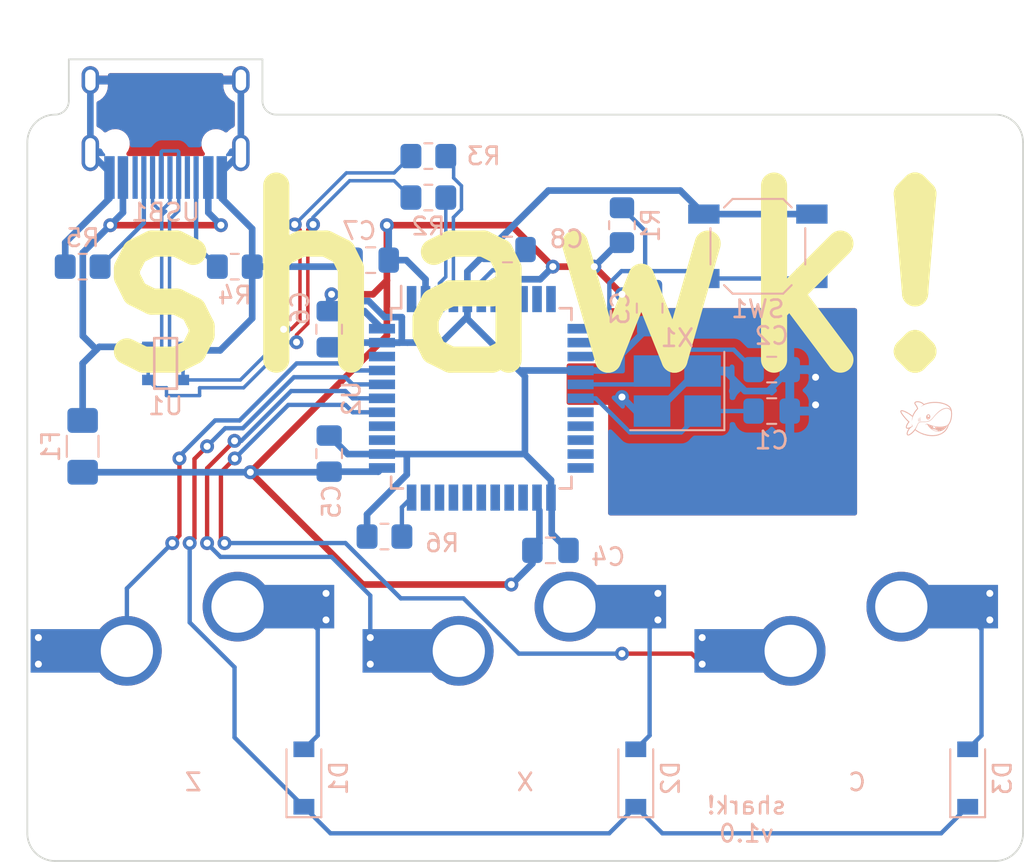
<source format=kicad_pcb>
(kicad_pcb (version 20211014) (generator pcbnew)
  (layers (0 "F.Cu" signal) (31 "B.Cu" signal) (34 "B.Paste" user) (35 "F.Paste" user) (36 "B.SilkS" user "B.Silkscreen") (37 "F.SilkS" user "F.Silkscreen") (38 "B.Mask" user) (39 "F.Mask" user) (44 "Edge.Cuts" user))
  (net 0 "")
  (net 1 "XTAL1")
  (net 2 "GND")
  (net 3 "XTAL2")
  (net 4 "+5V")
  (net 5 "Net-(C8-Pad2)")
  (net 6 "row0")
  (net 7 "Net-(MX1-Pad2)")
  (net 8 "Net-(MX2-Pad2)")
  (net 9 "Net-(MX3-Pad2)")
  (net 10 "VCC")
  (net 11 "MISO")
  (net 12 "SCK")
  (net 13 "MOSI")
  (net 14 "RESET")
  (net 15 "col0")
  (net 16 "col1")
  (net 17 "col2")
  (net 18 "D-")
  (net 19 "D+")
  (net 20 "Net-(R4-Pad1)")
  (net 21 "Net-(R5-Pad1)")
  (net 22 "Net-(R6-Pad1)")
  (net 44 "DN")
  (net 45 "DP")
  (footprint "MX_Only:MXOnly-1U-Hotswap-Antishear" (layer "F.Cu") (at 174.625 144.4625)
    (fp_text reference "MX3")
    (fp_text value "C")
  )
  (footprint "MX_Only:MXOnly-1U-Hotswap-Antishear" (layer "F.Cu") (at 136.525 144.4625)
    (fp_text reference "MX1")
    (fp_text value "Z")
  )
  (footprint "MX_Only:MXOnly-1U-Hotswap-Antishear" (layer "F.Cu") (at 155.575 144.4625)
    (fp_text reference "MX2")
    (fp_text value "X")
  )
  (footprint "Resistor_SMD:R_0805_2012Metric_Pad1.20x1.40mm_HandSolder" (layer "B.Cu") (at 150.01875 115.8875)
    (fp_text reference "R2")
    (fp_text value "22")
  )
  (footprint "Diode_SMD:D_SOD-123" (layer "B.Cu") (at 161.925 149.225 90)
    (fp_text reference "D2")
    (fp_text value "D")
  )
  (footprint "Resistor_SMD:R_0805_2012Metric_Pad1.20x1.40mm_HandSolder" (layer "B.Cu") (at 130.175 119.85625 180)
    (fp_text reference "R5")
    (fp_text value "5.1k")
  )
  (footprint "Resistor_SMD:R_0805_2012Metric_Pad1.20x1.40mm_HandSolder" (layer "B.Cu") (at 138.90625 119.85625)
    (fp_text reference "R4")
    (fp_text value "5.1k")
  )
  (footprint "Diode_SMD:D_SOD-123" (layer "B.Cu") (at 142.875 149.225 90)
    (fp_text reference "D1")
    (fp_text value "D")
  )
  (footprint "Fuse:Fuse_1206_3216Metric_Pad1.42x1.75mm_HandSolder" (layer "B.Cu") (at 130.175 130.175 -90)
    (fp_text reference "F1")
    (fp_text value "500mA")
  )
  (footprint "Package_QFP:TQFP-44_10x10mm_P0.8mm" (layer "B.Cu") (at 153.05625 127.41875 -90)
    (fp_text reference "U2")
    (fp_text value "ATmega32U4-A")
  )
  (footprint "Capacitor_SMD:C_0805_2012Metric_Pad1.18x1.45mm_HandSolder" (layer "B.Cu") (at 169.725 128.15)
    (fp_text reference "C1")
    (fp_text value "22pF")
  )
  (footprint "Resistor_SMD:R_0805_2012Metric_Pad1.20x1.40mm_HandSolder" (layer "B.Cu") (at 161.13125 117.475 90)
    (fp_text reference "R1")
    (fp_text value "10k")
  )
  (footprint "Resistor_SMD:R_0805_2012Metric_Pad1.20x1.40mm_HandSolder" (layer "B.Cu") (at 147.5 135.35625 180)
    (fp_text reference "R6")
    (fp_text value "10k")
  )
  (footprint "Button_Switch_SMD:SW_SPST_SKQG_WithStem" (layer "B.Cu") (at 168.93125 118.6875)
    (fp_text reference "SW1")
    (fp_text value "SW_Push_Reset")
  )
  (footprint "Capacitor_SMD:C_0805_2012Metric_Pad1.18x1.45mm_HandSolder" (layer "B.Cu") (at 169.725 125.76875)
    (fp_text reference "C2")
    (fp_text value "22pF")
  )
  (footprint "Capacitor_SMD:C_0805_2012Metric_Pad1.18x1.45mm_HandSolder" (layer "B.Cu") (at 157.025 136.15)
    (fp_text reference "C4")
    (fp_text value ".1uF")
  )
  (footprint "Capacitor_SMD:C_0805_2012Metric_Pad1.18x1.45mm_HandSolder" (layer "B.Cu") (at 146.70625 119.48125 180)
    (fp_text reference "C7")
    (fp_text value "10uF")
  )
  (footprint "Crystal:Crystal_SMD_3225-4Pin_3.2x2.5mm_HandSoldering" (layer "B.Cu") (at 164.30625 127 180)
    (fp_text reference "X1")
    (fp_text value "16MHz")
  )
  (footprint "Capacitor_SMD:C_0805_2012Metric_Pad1.18x1.45mm_HandSolder" (layer "B.Cu") (at 162.71875 122.2375 -90)
    (fp_text reference "C3")
    (fp_text value ".1uF")
  )
  (footprint "Capacitor_SMD:C_0805_2012Metric_Pad1.18x1.45mm_HandSolder" (layer "B.Cu") (at 154.559 118.872)
    (fp_text reference "C8")
    (fp_text value "1uF")
  )
  (footprint "random-keyboard-parts:SOT143B" (layer "B.Cu") (at 134.9375 125.4125 180)
    (fp_text reference "U1")
    (fp_text value "PRTR5V0U2X")
  )
  (footprint "Type-C:HRO-TYPE-C-31-M-12-HandSoldering" (layer "B.Cu") (at 134.9375 106.54)
    (fp_text reference "USB1")
    (fp_text value "HRO-TYPE-C-31-M-12")
  )
  (footprint "Capacitor_SMD:C_0805_2012Metric_Pad1.18x1.45mm_HandSolder" (layer "B.Cu") (at 144.325 123.45 -90)
    (fp_text reference "C6")
    (fp_text value ".1uF")
  )
  (footprint "Diode_SMD:D_SOD-123" (layer "B.Cu") (at 180.975 149.225 90)
    (fp_text reference "D3")
    (fp_text value "D")
  )
  (footprint "Resistor_SMD:R_0805_2012Metric_Pad1.20x1.40mm_HandSolder" (layer "B.Cu") (at 150.01875 113.50625)
    (fp_text reference "R3")
    (fp_text value "22")
  )
  (footprint "Capacitor_SMD:C_0805_2012Metric_Pad1.18x1.45mm_HandSolder" (layer "B.Cu") (at 144.325 130.59375 90)
    (fp_text reference "C5")
    (fp_text value ".1uF")
  )
  (gr_poly (pts (xy 178.723292 128.337677) (xy 178.729288 128.338092) (xy 178.735356 128.338879) (xy 178.742245 128.340221) (xy 178.748884 128.341983) (xy 178.755269 128.344152) (xy 178.761399 128.346712) (xy 178.767273 128.349648) (xy 178.772888 128.352946) (xy 178.778243 128.356591) (xy 178.783336 128.360568) (xy 178.788166 128.364862) (xy 178.79273 128.369458) (xy 178.797027 128.374341) (xy 178.801055 128.379497) (xy 178.804813 128.384911) (xy 178.808297 128.390568) (xy 178.811508 128.396453) (xy 178.814443 128.402551) (xy 178.819477 128.415328) (xy 178.823387 128.42878) (xy 178.826157 128.442789) (xy 178.827774 128.457235) (xy 178.828224 128.472) (xy 178.827493 128.486966) (xy 178.825566 128.502013) (xy 178.82243 128.517023) (xy 178.820423 128.524412) (xy 178.818156 128.531621) (xy 178.815636 128.538643) (xy 178.812874 128.545472) (xy 178.809878 128.5521) (xy 178.806658 128.55852) (xy 178.803223 128.564726) (xy 178.799583 128.570709) (xy 178.795746 128.576464) (xy 178.791723 128.581982) (xy 178.787521 128.587258) (xy 178.783151 128.592283) (xy 178.778622 128.597052) (xy 178.773943 128.601556) (xy 178.769123 128.605789) (xy 178.764172 128.609743) (xy 178.759099 128.613412) (xy 178.753913 128.616789) (xy 178.748624 128.619867) (xy 178.74324 128.622638) (xy 178.737771 128.625095) (xy 178.732227 128.627232) (xy 178.726616 128.629041) (xy 178.720948 128.630516) (xy 178.715232 128.631649) (xy 178.709478 128.632433) (xy 178.703694 128.632861) (xy 178.69789 128.632926) (xy 178.692076 128.632622) (xy 178.68626 128.63194) (xy 178.680451 128.630875) (xy 178.67466 128.629418) (xy 178.668963 128.627586) (xy 178.663434 128.625405) (xy 178.658078 128.622887) (xy 178.652899 128.620043) (xy 178.647902 128.616883) (xy 178.643092 128.61342) (xy 178.638474 128.609663) (xy 178.634053 128.605625) (xy 178.629832 128.601316) (xy 178.625818 128.596748) (xy 178.618426 128.586876) (xy 178.611914 128.576099) (xy 178.606322 128.564506) (xy 178.601685 128.552185) (xy 178.598043 128.539225) (xy 178.595434 128.525715) (xy 178.593895 128.511743) (xy 178.593464 128.4974) (xy 178.59418 128.482772) (xy 178.596079 128.467949) (xy 178.599201 128.45302) (xy 178.599201 128.453021) (xy 178.602893 128.440126) (xy 178.604084 128.436828) (xy 178.664765 128.436828) (xy 178.664841 128.439664) (xy 178.665058 128.442462) (xy 178.665412 128.44522) (xy 178.6659 128.447933) (xy 178.666519 128.450598) (xy 178.667265 128.453213) (xy 178.668135 128.455772) (xy 178.669124 128.458274) (xy 178.670231 128.460714) (xy 178.67145 128.463089) (xy 178.67278 128.465396) (xy 178.674216 128.467631) (xy 178.675754 128.46979) (xy 178.677392 128.471871) (xy 178.679126 128.473869) (xy 178.680952 128.475782) (xy 178.682868 128.477605) (xy 178.684869 128.479336) (xy 178.686952 128.480971) (xy 178.689114 128.482506) (xy 178.691351 128.483939) (xy 178.69366 128.485264) (xy 178.696037 128.48648) (xy 178.698478 128.487583) (xy 178.700981 128.488569) (xy 178.703543 128.489434) (xy 178.706158 128.490176) (xy 178.708824 128.490791) (xy 178.711538 128.491275) (xy 178.714297 128.491625) (xy 178.717095 128.491838) (xy 178.719931 128.49191) (xy 178.722767 128.491838) (xy 178.725565 128.491625) (xy 178.728324 128.491275) (xy 178.731038 128.490791) (xy 178.733704 128.490176) (xy 178.73632 128.489434) (xy 178.738881 128.488568) (xy 178.741384 128.487583) (xy 178.743825 128.48648) (xy 178.746202 128.485264) (xy 178.748511 128.483938) (xy 178.750748 128.482506) (xy 178.75291 128.48097) (xy 178.754993 128.479336) (xy 178.756994 128.477605) (xy 178.758909 128.475781) (xy 178.760736 128.473868) (xy 178.76247 128.47187) (xy 178.764108 128.469789) (xy 178.765646 128.46763) (xy 178.767082 128.465395) (xy 178.768411 128.463089) (xy 178.769631 128.460714) (xy 178.770737 128.458273) (xy 178.771727 128.455772) (xy 178.772596 128.453212) (xy 178.773342 128.450598) (xy 178.773961 128.447932) (xy 178.774449 128.445219) (xy 178.774803 128.442462) (xy 178.77502 128.439663) (xy 178.775096 128.436828) (xy 178.775026 128.43409) (xy 178.774823 128.431371) (xy 178.774487 128.428675) (xy 178.774019 128.426007) (xy 178.773424 128.423371) (xy 178.772701 128.420772) (xy 178.771853 128.418215) (xy 178.770882 128.415703) (xy 178.769789 128.413241) (xy 178.768577 128.410834) (xy 178.767248 128.408487) (xy 178.765803 128.406203) (xy 178.764244 128.403988) (xy 178.762573 128.401846) (xy 178.760791 128.399782) (xy 178.758902 128.397799) (xy 178.756917 128.395913) (xy 178.75485 128.394135) (xy 178.752706 128.392467) (xy 178.750488 128.390911) (xy 178.748203 128.389469) (xy 178.745854 128.388143) (xy 178.743445 128.386935) (xy 178.740982 128.385846) (xy 178.738469 128.384878) (xy 178.73591 128.384034) (xy 178.73331 128.383315) (xy 178.730673 128.382723) (xy 178.728004 128.38226) (xy 178.725308 128.381927) (xy 178.722589 128.381727) (xy 178.719851 128.381662) (xy 178.717015 128.381738) (xy 178.714217 128.381955) (xy 178.711459 128.382309) (xy 178.708746 128.382797) (xy 178.70608 128.383415) (xy 178.703466 128.384161) (xy 178.700906 128.385031) (xy 178.698404 128.38602) (xy 178.695964 128.387126) (xy 178.693588 128.388346) (xy 178.691281 128.389675) (xy 178.689046 128.391111) (xy 178.686887 128.39265) (xy 178.684806 128.394288) (xy 178.682807 128.396021) (xy 178.680895 128.397848) (xy 178.679071 128.399763) (xy 178.67734 128.401764) (xy 178.675705 128.403848) (xy 178.67417 128.406009) (xy 178.672737 128.408246) (xy 178.671411 128.410555) (xy 178.670195 128.412932) (xy 178.669092 128.415374) (xy 178.668106 128.417877) (xy 178.66724 128.420439) (xy 178.666498 128.423054) (xy 178.665884 128.425721) (xy 178.665399 128.428435) (xy 178.665049 128.431193) (xy 178.664837 128.433992) (xy 178.664765 128.436828) (xy 178.604084 128.436828) (xy 178.607395 128.427657) (xy 178.612673 128.415685) (xy 178.618689 128.404286) (xy 178.625408 128.393531) (xy 178.62902 128.388419) (xy 178.632793 128.383496) (xy 178.634319 128.381662) (xy 178.719851 128.381662) (xy 178.634319 128.381662) (xy 178.636725 128.378771) (xy 178.640809 128.374253) (xy 178.645042 128.369952) (xy 178.649419 128.365877) (xy 178.653935 128.362036) (xy 178.658587 128.35844) (xy 178.663369 128.355097) (xy 178.668277 128.352017) (xy 178.673306 128.349208) (xy 178.678453 128.34668) (xy 178.683712 128.344443) (xy 178.689078 128.342504) (xy 178.694548 128.340875) (xy 178.700117 128.339563) (xy 178.705781 128.338578) (xy 178.711534 128.337929) (xy 178.717373 128.337626)) (layer "B.SilkS") (width 0.002) (fill solid))
  (gr_poly (pts (xy 178.211708 128.533498) (xy 178.20738 128.556321) (xy 178.204372 128.577723) (xy 178.202608 128.597762) (xy 178.20201 128.6165) (xy 178.202504 128.633997) (xy 178.204012 128.650312) (xy 178.206457 128.665507) (xy 178.209763 128.679642) (xy 178.213854 128.692776) (xy 178.218653 128.704971) (xy 178.224083 128.716286) (xy 178.230068 128.726782) (xy 178.236531 128.736519) (xy 178.243396 128.745557) (xy 178.250586 128.753957) (xy 178.246738 128.752224) (xy 178.242692 128.750122) (xy 178.238494 128.747656) (xy 178.234187 128.744827) (xy 178.229815 128.741641) (xy 178.225423 128.7381) (xy 178.221052 128.734209) (xy 178.216749 128.72997) (xy 178.212557 128.725387) (xy 178.208519 128.720464) (xy 178.204679 128.715204) (xy 178.202848 128.712448) (xy 178.201082 128.70961) (xy 178.199388 128.70669) (xy 178.197771 128.703687) (xy 178.196237 128.700603) (xy 178.194791 128.697438) (xy 178.193438 128.694192) (xy 178.192185 128.690866) (xy 178.191036 128.68746) (xy 178.189996 128.683975) (xy 178.187544 128.673943) (xy 178.18574 128.66377) (xy 178.184564 128.653463) (xy 178.183996 128.643025) (xy 178.184017 128.632461) (xy 178.184607 128.621775) (xy 178.185745 128.610972) (xy 178.187413 128.600056) (xy 178.189591 128.589031) (xy 178.192258 128.577903) (xy 178.195395 128.566674) (xy 178.198982 128.555351) (xy 178.202999 128.543936) (xy 178.207427 128.532435) (xy 178.212245 128.520852) (xy 178.217434 128.509192)) (layer "B.SilkS") (width 0.002) (fill solid))
  (gr_poly (pts (xy 178.160225 128.567167) (xy 178.15634 128.587719) (xy 178.153641 128.606991) (xy 178.15206 128.625036) (xy 178.151527 128.64191) (xy 178.151973 128.657666) (xy 178.153331 128.672358) (xy 178.155531 128.686042) (xy 178.158505 128.698771) (xy 178.162183 128.7106) (xy 178.166498 128.721582) (xy 178.17138 128.731773) (xy 178.176761 128.741227) (xy 178.182572 128.749997) (xy 178.188744 128.758138) (xy 178.195209 128.765705) (xy 178.190326 128.763307) (xy 178.185604 128.760662) (xy 178.181051 128.757781) (xy 178.176674 128.754671) (xy 178.17248 128.751341) (xy 178.168478 128.747799) (xy 178.164674 128.744055) (xy 178.161076 128.740118) (xy 178.157693 128.735995) (xy 178.15453 128.731695) (xy 178.151597 128.727228) (xy 178.1489 128.722602) (xy 178.146446 128.717826) (xy 178.144244 128.712907) (xy 178.142302 128.707856) (xy 178.140625 128.702681) (xy 178.138418 128.693643) (xy 178.136795 128.68448) (xy 178.135738 128.675196) (xy 178.13523 128.665794) (xy 178.135252 128.65628) (xy 178.135786 128.646656) (xy 178.136815 128.636927) (xy 178.13832 128.627096) (xy 178.140284 128.617169) (xy 178.142688 128.607147) (xy 178.145516 128.597037) (xy 178.148748 128.586841) (xy 178.152366 128.576563) (xy 178.156354 128.566208) (xy 178.160692 128.555779) (xy 178.165364 128.545281)) (layer "B.SilkS") (width 0.002) (fill solid))
  (gr_poly (pts (xy 178.268801 128.507437) (xy 178.264269 128.531384) (xy 178.261118 128.553844) (xy 178.259269 128.574879) (xy 178.258643 128.594552) (xy 178.259159 128.612925) (xy 178.260738 128.63006) (xy 178.263299 128.646021) (xy 178.266764 128.660869) (xy 178.271051 128.674666) (xy 178.276082 128.687477) (xy 178.281775 128.699362) (xy 178.288053 128.710385) (xy 178.294834 128.720608) (xy 178.302039 128.730093) (xy 178.309588 128.738903) (xy 178.305546 128.737086) (xy 178.301298 128.734881) (xy 178.296891 128.732292) (xy 178.29237 128.729324) (xy 178.287782 128.725979) (xy 178.283174 128.722261) (xy 178.27859 128.718175) (xy 178.274078 128.713724) (xy 178.269683 128.708912) (xy 178.265452 128.703742) (xy 178.261431 128.698219) (xy 178.259513 128.695326) (xy 178.257666 128.692346) (xy 178.255894 128.689279) (xy 178.254203 128.686126) (xy 178.252599 128.682888) (xy 178.251088 128.679564) (xy 178.249676 128.676156) (xy 178.248368 128.672663) (xy 178.24717 128.669087) (xy 178.246088 128.665428) (xy 178.243491 128.654905) (xy 178.241578 128.644235) (xy 178.240328 128.633422) (xy 178.23972 128.622471) (xy 178.239734 128.611387) (xy 178.240347 128.600174) (xy 178.241538 128.588837) (xy 178.243287 128.577381) (xy 178.245572 128.56581) (xy 178.248371 128.554129) (xy 178.251665 128.542343) (xy 178.255431 128.530456) (xy 178.259648 128.518472) (xy 178.264295 128.506397) (xy 178.269351 128.494236) (xy 178.274769 128.48205)) (layer "B.SilkS") (width 0.002) (fill solid))
  (gr_poly (pts (xy 178.115776 127.588083) (xy 178.138058 127.5896) (xy 178.160999 127.5922) (xy 178.184483 127.595933) (xy 178.208394 127.60085) (xy 178.232615 127.607003) (xy 178.25703 127.614444) (xy 178.281523 127.623224) (xy 178.305976 127.633395) (xy 178.330274 127.645007) (xy 178.354299 127.658114) (xy 178.377937 127.672765) (xy 178.401069 127.689013) (xy 178.423581 127.70691) (xy 178.445355 127.726506) (xy 178.466274 127.747853) (xy 178.50592 127.732042) (xy 178.545763 127.717453) (xy 178.585768 127.704059) (xy 178.625896 127.691833) (xy 178.66611 127.680747) (xy 178.706373 127.670774) (xy 178.746648 127.661888) (xy 178.786897 127.654061) (xy 178.827082 127.647267) (xy 178.867167 127.641477) (xy 178.907114 127.636666) (xy 178.946885 127.632805) (xy 178.986444 127.629868) (xy 179.025753 127.627828) (xy 179.103471 127.62633) (xy 179.173637 127.627766) (xy 179.242196 127.631702) (xy 179.309001 127.638034) (xy 179.373904 127.646663) (xy 179.436761 127.657488) (xy 179.497422 127.670406) (xy 179.555743 127.685318) (xy 179.611576 127.702123) (xy 179.664775 127.720718) (xy 179.715193 127.741004) (xy 179.762684 127.762879) (xy 179.8071 127.786242) (xy 179.848295 127.810992) (xy 179.886123 127.837028) (xy 179.920437 127.864248) (xy 179.95109 127.892553) (xy 179.961086 127.903083) (xy 179.970577 127.914131) (xy 179.979573 127.92568) (xy 179.988087 127.93771) (xy 179.996131 127.950204) (xy 180.003719 127.963143) (xy 180.010862 127.976509) (xy 180.017573 127.990284) (xy 180.023864 128.004448) (xy 180.029747 128.018984) (xy 180.035236 128.033874) (xy 180.040342 128.049098) (xy 180.045078 128.064639) (xy 180.049456 128.080478) (xy 180.053488 128.096597) (xy 180.057188 128.112978) (xy 180.062337 128.139184) (xy 180.0667 128.165992) (xy 180.070288 128.193345) (xy 180.073109 128.221186) (xy 180.075176 128.249458) (xy 180.076498 128.278103) (xy 180.077085 128.307065) (xy 180.076949 128.336286) (xy 180.076099 128.365709) (xy 180.074546 128.395277) (xy 180.0723 128.424933) (xy 180.069373 128.45462) (xy 180.065774 128.484281) (xy 180.061513 128.513857) (xy 180.056601 128.543294) (xy 180.051049 128.572532) (xy 180.045129 128.600384) (xy 180.038626 128.627928) (xy 180.031534 128.655113) (xy 180.023851 128.681891) (xy 180.015569 128.708213) (xy 180.006685 128.73403) (xy 179.997194 128.759291) (xy 179.98709 128.783948) (xy 179.976368 128.807951) (xy 179.965025 128.831252) (xy 179.953054 128.8538) (xy 179.940451 128.875547) (xy 179.927212 128.896443) (xy 179.91333 128.916438) (xy 179.898801 128.935485) (xy 179.883621 128.953533) (xy 179.873384 128.990622) (xy 179.861752 129.026533) (xy 179.848762 129.061271) (xy 179.834453 129.094841) (xy 179.81886 129.12725) (xy 179.802023 129.158503) (xy 179.783978 129.188605) (xy 179.764762 129.217563) (xy 179.744414 129.245382) (xy 179.722969 129.272068) (xy 179.700466 129.297626) (xy 179.676943 129.322063) (xy 179.626982 129.367594) (xy 179.573387 129.408705) (xy 179.516456 129.445443) (xy 179.456488 129.477854) (xy 179.393782 129.505982) (xy 179.328637 129.529873) (xy 179.261353 129.549573) (xy 179.192228 129.565128) (xy 179.121562 129.576582) (xy 179.049654 129.583982) (xy 178.979337 129.587406) (xy 178.908272 129.587325) (xy 178.836677 129.583792) (xy 178.764771 129.576859) (xy 178.692773 129.566577) (xy 178.620903 129.552998) (xy 178.549378 129.536176) (xy 178.478419 129.516162) (xy 178.408243 129.493009) (xy 178.33907 129.466768) (xy 178.271119 129.437491) (xy 178.204608 129.405232) (xy 178.139757 129.370041) (xy 178.076784 129.331972) (xy 178.015908 129.291076) (xy 177.957348 129.247405) (xy 177.943922 129.264297) (xy 177.930413 129.280793) (xy 177.916841 129.296886) (xy 177.903224 129.312564) (xy 177.889578 129.327819) (xy 177.875923 129.342642) (xy 177.862277 129.357021) (xy 177.848657 129.370949) (xy 177.835082 129.384415) (xy 177.82157 129.39741) (xy 177.808138 129.409924) (xy 177.794806 129.421947) (xy 177.78159 129.433471) (xy 177.768509 129.444485) (xy 177.755581 129.454979) (xy 177.742824 129.464946) (xy 177.728399 129.475757) (xy 177.714258 129.4859) (xy 177.700408 129.495368) (xy 177.686855 129.504154) (xy 177.673606 129.512248) (xy 177.660667 129.519644) (xy 177.648046 129.526333) (xy 177.635747 129.532308) (xy 177.624037 129.53758) (xy 177.618102 129.540094) (xy 177.612112 129.542478) (xy 177.606065 129.544692) (xy 177.599959 129.546699) (xy 177.593791 129.548462) (xy 177.58756 129.549943) (xy 177.581264 129.551104) (xy 177.574901 129.551907) (xy 177.568469 129.552314) (xy 177.561966 129.552289) (xy 177.55539 129.551792) (xy 177.548739 129.550787) (xy 177.542012 129.549235) (xy 177.535206 129.547099) (xy 177.531242 129.545569) (xy 177.527431 129.543867) (xy 177.523771 129.542) (xy 177.52026 129.539974) (xy 177.516897 129.537796) (xy 177.513679 129.535472) (xy 177.510605 129.53301) (xy 177.507673 129.530415) (xy 177.504881 129.527695) (xy 177.502227 129.524856) (xy 177.497328 129.518849) (xy 177.492961 129.512447) (xy 177.489112 129.505704) (xy 177.485766 129.498674) (xy 177.482908 129.491409) (xy 177.480525 129.483963) (xy 177.478603 129.47639) (xy 177.477125 129.468744) (xy 177.47608 129.461077) (xy 177.475451 129.453443) (xy 177.475225 129.445895) (xy 177.475315 129.438887) (xy 177.475631 129.431804) (xy 177.476169 129.424647) (xy 177.476922 129.417416) (xy 177.477884 129.410113) (xy 177.479051 129.402738) (xy 177.480416 129.395294) (xy 177.481975 129.38778) (xy 177.485649 129.372549) (xy 177.490029 129.357053) (xy 177.495071 129.3413) (xy 177.50073 129.325299) (xy 177.504847 129.314552) (xy 177.509256 129.303721) (xy 177.513952 129.29282) (xy 177.518932 129.281862) (xy 177.529721 129.259826) (xy 177.541585 129.237718) (xy 177.554488 129.215644) (xy 177.568391 129.193708) (xy 177.575706 129.182825) (xy 177.583258 129.172017) (xy 177.59104 129.161295) (xy 177.59905 129.150673) (xy 177.585927 129.15386) (xy 177.572225 129.156802) (xy 177.565197 129.15811) (xy 177.558072 129.159272) (xy 177.550868 129.16026) (xy 177.543599 129.161045) (xy 177.536283 129.1616) (xy 177.528935 129.161896) (xy 177.521572 129.161904) (xy 177.51421 129.161598) (xy 177.506865 129.160947) (xy 177.499553 129.159925) (xy 177.49229 129.158503) (xy 177.485093 129.156653) (xy 177.4815 129.155554) (xy 177.477975 129.154293) (xy 177.474523 129.152875) (xy 177.47115 129.151303) (xy 177.467859 129.14958) (xy 177.464656 129.147711) (xy 177.461546 129.145698) (xy 177.458532 129.143546) (xy 177.455621 129.141257) (xy 177.452817 129.138836) (xy 177.450124 129.136287) (xy 177.447548 129.133611) (xy 177.445092 129.130814) (xy 177.442763 129.127899) (xy 177.440564 129.124869) (xy 177.4385 129.121728) (xy 177.43533 129.115987) (xy 177.432677 129.110021) (xy 177.430516 129.103851) (xy 177.428822 129.097499) (xy 177.427569 129.090986) (xy 177.426731 129.084336) (xy 177.426284 129.077569) (xy 177.426201 129.070707) (xy 177.426456 129.063772) (xy 177.427025 129.056786) (xy 177.427882 129.049771) (xy 177.429002 129.042749) (xy 177.430357 129.035741) (xy 177.431925 129.028769) (xy 177.433677 129.021855) (xy 177.43559 129.015022) (xy 177.440022 129.00115) (xy 177.444773 128.98739) (xy 177.449841 128.973748) (xy 177.455224 128.96023) (xy 177.460919 128.94684) (xy 177.466924 128.933584) (xy 177.473236 128.920467) (xy 177.479855 128.907495) (xy 177.489729 128.888955) (xy 177.50001 128.870822) (xy 177.510673 128.853162) (xy 177.521695 128.836041) (xy 177.533054 128.819524) (xy 177.544725 128.803676) (xy 177.550671 128.796024) (xy 177.556686 128.788564) (xy 177.562768 128.781303) (xy 177.568913 128.774251) (xy 177.538262 128.746609) (xy 177.505844 128.715453) (xy 177.472059 128.681255) (xy 177.437303 128.644486) (xy 177.401974 128.605619) (xy 177.36647 128.565125) (xy 177.331188 128.523477) (xy 177.296525 128.481145) (xy 177.276447 128.455961) (xy 177.257005 128.431025) (xy 177.238303 128.406447) (xy 177.220451 128.38234) (xy 177.203553 128.358815) (xy 177.187717 128.335982) (xy 177.173049 128.313954) (xy 177.159656 128.292841) (xy 177.153471 128.282679) (xy 177.147625 128.272759) (xy 177.142131 128.263067) (xy 177.137004 128.253587) (xy 177.132259 128.244305) (xy 177.127907 128.235204) (xy 177.123965 128.22627) (xy 177.120445 128.217488) (xy 177.117387 128.209022) (xy 177.115887 128.204392) (xy 177.114471 128.19953) (xy 177.113191 128.194459) (xy 177.112096 128.189205) (xy 177.111235 128.18379) (xy 177.110659 128.17824) (xy 177.110559 128.175926) (xy 177.162477 128.175926) (xy 177.164545 128.1866) (xy 177.168682 128.199173) (xy 177.182695 128.229473) (xy 177.203567 128.265739) (xy 177.230351 128.306887) (xy 177.2621 128.351833) (xy 177.297866 128.39949) (xy 177.336702 128.448774) (xy 177.37766 128.4986) (xy 177.419792 128.547883) (xy 177.462151 128.595538) (xy 177.50379 128.64048) (xy 177.54376 128.681624) (xy 177.581115 128.717886) (xy 177.614907 128.748179) (xy 177.644187 128.77142) (xy 177.637444 128.776336) (xy 177.630438 128.782226) (xy 177.615788 128.796671) (xy 177.600537 128.814247) (xy 177.584981 128.834442) (xy 177.569417 128.856745) (xy 177.554144 128.880647) (xy 177.539458 128.905637) (xy 177.525657 128.931205) (xy 177.513039 128.95684) (xy 177.5019 128.982032) (xy 177.492538 129.00627) (xy 177.48525 129.029045) (xy 177.480334 129.049845) (xy 177.478859 129.059346) (xy 177.478088 129.068161) (xy 177.478058 129.076227) (xy 177.478808 129.083481) (xy 177.480373 129.089859) (xy 177.482792 129.095296) (xy 177.485631 129.09914) (xy 177.48933 129.102389) (xy 177.493845 129.105061) (xy 177.499132 129.107172) (xy 177.505149 129.10874) (xy 177.511852 129.109783) (xy 177.519199 129.110319) (xy 177.527147 129.110364) (xy 177.535653 129.109936) (xy 177.544673 129.109052) (xy 177.564085 129.105989) (xy 177.58504 129.101313) (xy 177.607192 129.095164) (xy 177.630198 129.087682) (xy 177.653714 129.079007) (xy 177.677396 129.069277) (xy 177.700899 129.058633) (xy 177.72388 129.047214) (xy 177.745993 129.03516) (xy 177.766895 129.02261) (xy 177.786242 129.009704) (xy 177.782837 129.000989) (xy 177.779927 128.991808) (xy 177.777475 128.982302) (xy 177.775443 128.972612) (xy 177.773792 128.962882) (xy 177.772484 128.953253) (xy 177.770748 128.934866) (xy 177.769927 128.918588) (xy 177.769719 128.905554) (xy 177.769918 128.893764) (xy 177.780898 128.929912) (xy 177.786275 128.946658) (xy 177.791881 128.962783) (xy 177.797945 128.978489) (xy 177.80122 128.986246) (xy 177.804695 128.993973) (xy 177.808399 129.001695) (xy 177.81236 129.009436) (xy 177.816606 129.017221) (xy 177.821167 129.025076) (xy 177.806091 129.033886) (xy 177.791138 129.043076) (xy 177.776361 129.052649) (xy 177.761811 129.062611) (xy 177.74754 129.072966) (xy 177.733601 129.083718) (xy 177.720043 129.094873) (xy 177.70692 129.106436) (xy 177.680444 129.13248) (xy 177.655664 129.16046) (xy 177.632698 129.189916) (xy 177.611661 129.220389) (xy 177.59267 129.25142) (xy 177.575843 129.282551) (xy 177.561296 129.313322) (xy 177.549146 129.343274) (xy 177.539509 129.371948) (xy 177.532503 129.398886) (xy 177.528244 129.423628) (xy 177.526849 129.445715) (xy 177.527262 129.45562) (xy 177.528435 129.464689) (xy 177.530382 129.472864) (xy 177.533118 129.480089) (xy 177.536658 129.486306) (xy 177.541016 129.491458) (xy 177.546207 129.495487) (xy 177.552245 129.498336) (xy 177.557349 129.499556) (xy 177.563216 129.499965) (xy 177.569815 129.499575) (xy 177.577115 129.498396) (xy 177.585086 129.496437) (xy 177.593696 129.493707) (xy 177.602914 129.490218) (xy 177.612711 129.485978) (xy 177.633915 129.475288) (xy 177.657062 129.461716) (xy 177.681904 129.44534) (xy 177.708197 129.426241) (xy 177.735693 129.404496) (xy 177.764147 129.380185) (xy 177.793311 129.353387) (xy 177.822941 129.324181) (xy 177.852789 129.292647) (xy 177.882609 129.258862) (xy 177.912156 129.222906) (xy 177.92784 129.202347) (xy 177.98042 129.202347) (xy 178.037305 129.245245) (xy 178.096649 129.285413) (xy 178.158213 129.322797) (xy 178.221755 129.357345) (xy 178.287036 129.389005) (xy 178.353815 129.417722) (xy 178.490907 129.466123) (xy 178.631109 129.502126) (xy 178.772498 129.52531) (xy 178.843036 129.531963) (xy 178.913151 129.535254) (xy 178.982601 129.53513) (xy 179.051146 129.531538) (xy 179.118546 129.524425) (xy 179.18456 129.51374) (xy 179.248949 129.499428) (xy 179.311472 129.481438) (xy 179.371888 129.459718) (xy 179.429958 129.434213) (xy 179.485441 129.404872) (xy 179.538096 129.371642) (xy 179.587684 129.334471) (xy 179.633964 129.293305) (xy 179.676696 129.248093) (xy 179.715639 129.198781) (xy 179.750553 129.145317) (xy 179.781198 129.087648) (xy 179.807334 129.025722) (xy 179.82872 128.959486) (xy 179.823774 128.963304) (xy 179.818763 128.967034) (xy 179.813688 128.970674) (xy 179.80855 128.974224) (xy 179.80335 128.977683) (xy 179.79809 128.98105) (xy 179.79277 128.984324) (xy 179.787392 128.987505) (xy 179.780716 129.004707) (xy 179.773295 129.021611) (xy 179.765149 129.038204) (xy 179.756296 129.05447) (xy 179.746755 129.070397) (xy 179.736545 129.085969) (xy 179.725684 129.101173) (xy 179.714191 129.115994) (xy 179.702086 129.130419) (xy 179.689386 129.144433) (xy 179.67611 129.158021) (xy 179.662278 129.17117) (xy 179.647908 129.183866) (xy 179.633019 129.196094) (xy 179.617629 129.207841) (xy 179.601757 129.219091) (xy 179.585422 129.229832) (xy 179.568643 129.240048) (xy 179.551439 129.249725) (xy 179.533828 129.25885) (xy 179.515829 129.267408) (xy 179.49746 129.275386) (xy 179.478742 129.282768) (xy 179.459691 129.28954) (xy 179.440328 129.29569) (xy 179.42067 129.301201) (xy 179.400737 129.306061) (xy 179.380547 129.310255) (xy 179.360119 129.313768) (xy 179.339472 129.316587) (xy 179.318624 129.318698) (xy 179.297595 129.320086) (xy 179.255409 129.320627) (xy 179.21273 129.318131) (xy 179.169706 129.312492) (xy 179.126485 129.303601) (xy 179.083216 129.291352) (xy 179.040046 129.275638) (xy 178.997123 129.256353) (xy 178.954596 129.233389) (xy 178.912613 129.206638) (xy 178.871322 129.175996) (xy 178.869344 129.174301) (xy 178.905615 129.174301) (xy 178.929261 129.191162) (xy 178.953177 129.206687) (xy 178.977327 129.2209) (xy 179.001676 129.233825) (xy 179.02619 129.245486) (xy 179.050832 129.255908) (xy 179.075569 129.265113) (xy 179.100365 129.273126) (xy 179.125184 129.279971) (xy 179.149992 129.285673) (xy 179.174754 129.290254) (xy 179.199435 129.293739) (xy 179.223999 129.296152) (xy 179.248412 129.297518) (xy 179.272638 129.297859) (xy 179.296643 129.2972) (xy 179.280822 129.285349) (xy 179.262608 129.273665) (xy 179.242267 129.26223) (xy 179.220066 129.25113) (xy 179.196272 129.240446) (xy 179.171152 129.230262) (xy 179.144971 129.220662) (xy 179.117996 129.211729) (xy 179.090494 129.203547) (xy 179.062732 129.196199) (xy 179.034975 129.189769) (xy 179.007492 129.18434) (xy 178.980547 129.179995) (xy 178.954409 129.176818) (xy 178.929342 129.174892) (xy 178.905615 129.174301) (xy 178.869344 129.174301) (xy 178.830871 129.141353) (xy 178.791409 129.102603) (xy 178.753082 129.05964) (xy 178.717403 129.014096) (xy 178.956494 129.014096) (xy 178.964217 129.030139) (xy 178.974379 129.049924) (xy 178.986348 129.071656) (xy 178.99281 129.08269) (xy 178.999486 129.093537) (xy 179.006295 129.103972) (xy 179.013158 129.113771) (xy 179.019996 129.122709) (xy 179.02673 129.130561) (xy 179.033279 129.137103) (xy 179.03646 129.139813) (xy 179.039565 129.142111) (xy 179.042585 129.14397) (xy 179.045509 129.14536) (xy 179.048327 129.146255) (xy 179.05103 129.146625) (xy 179.05357 129.146546) (xy 179.056222 129.146126) (xy 179.05898 129.145381) (xy 179.061833 129.144328) (xy 179.064773 129.142984) (xy 179.067792 129.141364) (xy 179.070881 129.139485) (xy 179.074031 129.137364) (xy 179.080481 129.132459) (xy 179.087073 129.126781) (xy 179.093737 129.12046) (xy 179.100404 129.113628) (xy 179.107006 129.106417) (xy 179.113474 129.098957) (xy 179.119738 129.09138) (xy 179.12573 129.083816) (xy 179.13138 129.076397) (xy 179.13662 129.069255) (xy 179.145592 129.056323) (xy 179.121707 129.052197) (xy 179.097885 129.047736) (xy 179.074132 129.042942) (xy 179.050449 129.037814) (xy 179.02684 129.032355) (xy 179.003309 129.026563) (xy 178.97986 129.020442) (xy 178.956495 129.01399) (xy 178.956494 129.014096) (xy 178.717403 129.014096) (xy 178.716041 129.012357) (xy 178.680431 128.960645) (xy 178.646403 128.904399) (xy 178.639602 128.904201) (xy 178.63283 128.904485) (xy 178.626101 128.905242) (xy 178.619427 128.906464) (xy 178.612823 128.908142) (xy 178.606301 128.910269) (xy 178.599874 128.912837) (xy 178.593556 128.915836) (xy 178.587359 128.919258) (xy 178.581298 128.923096) (xy 178.575385 128.927341) (xy 178.569634 128.931984) (xy 178.564057 128.937018) (xy 178.558668 128.942434) (xy 178.55348 128.948224) (xy 178.548507 128.954379) (xy 178.550029 128.949564) (xy 178.551684 128.944927) (xy 178.553469 128.940466) (xy 178.555379 128.936178) (xy 178.557411 128.932064) (xy 178.55956 128.928121) (xy 178.561822 128.924348) (xy 178.564194 128.920743) (xy 178.56667 128.917305) (xy 178.569248 128.914033) (xy 178.571922 128.910924) (xy 178.57469 128.907977) (xy 178.577546 128.905191) (xy 178.580487 128.902564) (xy 178.583509 128.900094) (xy 178.586607 128.897781) (xy 178.589778 128.895623) (xy 178.593017 128.893618) (xy 178.596321 128.891764) (xy 178.599685 128.89006) (xy 178.603106 128.888505) (xy 178.606578 128.887097) (xy 178.610099 128.885835) (xy 178.613664 128.884716) (xy 178.62091 128.882906) (xy 178.628283 128.881653) (xy 178.635751 128.880946) (xy 178.643281 128.880772) (xy 178.64629 128.880866) (xy 178.649293 128.881037) (xy 178.652287 128.881285) (xy 178.655272 128.881609) (xy 178.658245 128.88201) (xy 178.661206 128.882487) (xy 178.664152 128.883039) (xy 178.667083 128.883666) (xy 178.669997 128.884369) (xy 178.672892 128.885146) (xy 178.675768 128.885997) (xy 178.678622 128.886922) (xy 178.681453 128.887921) (xy 178.68426 128.888993) (xy 178.687041 128.890138) (xy 178.689795 128.891355) (xy 178.797065 128.936544) (xy 178.9012 128.973281) (xy 179.001854 129.002152) (xy 179.098685 129.023742) (xy 179.191349 129.038637) (xy 179.279502 129.047422) (xy 179.3628 129.050682) (xy 179.440901 129.049004) (xy 179.513459 129.042972) (xy 179.580131 129.033172) (xy 179.640574 129.02019) (xy 179.694444 129.00461) (xy 179.741397 128.987018) (xy 179.78109 128.968) (xy 179.813178 128.948141) (xy 179.837319 128.928027) (xy 179.850774 128.913791) (xy 179.863768 128.898489) (xy 179.888353 128.864882) (xy 179.911041 128.827607) (xy 179.931799 128.787064) (xy 179.950593 128.743655) (xy 179.967388 128.697779) (xy 179.982152 128.649837) (xy 179.994852 128.600231) (xy 180.005453 128.549361) (xy 180.013921 128.497627) (xy 180.020225 128.44543) (xy 180.024329 128.393172) (xy 180.0262 128.341252) (xy 180.025805 128.290072) (xy 180.02311 128.240032) (xy 180.018082 128.191533) (xy 180.016429 128.18139) (xy 180.014184 128.171445) (xy 180.011365 128.161706) (xy 180.007995 128.152182) (xy 180.004093 128.142881) (xy 179.999679 128.13381) (xy 179.994775 128.124978) (xy 179.9894 128.116392) (xy 179.983575 128.108062) (xy 179.977321 128.099995) (xy 179.970657 128.0922) (xy 179.963605 128.084683) (xy 179.956184 128.077454) (xy 179.948416 128.070521) (xy 179.94032 128.063892) (xy 179.931917 128.057574) (xy 179.923228 128.051576) (xy 179.914272 128.045907) (xy 179.905071 128.040573) (xy 179.895644 128.035584) (xy 179.886013 128.030948) (xy 179.876197 128.026672) (xy 179.866217 128.022765) (xy 179.856094 128.019234) (xy 179.845847 128.016089) (xy 179.835498 128.013336) (xy 179.825067 128.010985) (xy 179.814573 128.009043) (xy 179.804038 128.007518) (xy 179.793483 128.006419) (xy 179.782926 128.005754) (xy 179.77239 128.00553) (xy 179.772469 128.005583) (xy 179.74513 128.006461) (xy 179.717753 128.009051) (xy 179.690359 128.013289) (xy 179.662966 128.019112) (xy 179.635594 128.026455) (xy 179.608261 128.035255) (xy 179.580986 128.045446) (xy 179.553789 128.056966) (xy 179.499704 128.083735) (xy 179.446158 128.115047) (xy 179.393303 128.150392) (xy 179.341291 128.189257) (xy 179.290275 128.23113) (xy 179.240408 128.275497) (xy 179.191841 128.321848) (xy 179.144727 128.369669) (xy 179.099219 128.418449) (xy 179.055469 128.467675) (xy 179.013628 128.516834) (xy 178.973851 128.565415) (xy 178.958725 128.583608) (xy 178.943456 128.600751) (xy 178.928056 128.616875) (xy 178.912533 128.632013) (xy 178.896899 128.646194) (xy 178.881162 128.65945) (xy 178.865335 128.671812) (xy 178.849426 128.683311) (xy 178.833445 128.693978) (xy 178.817404 128.703844) (xy 178.78518 128.721299) (xy 178.752833 128.735924) (xy 178.720446 128.747968) (xy 178.6881 128.757679) (xy 178.655876 128.765306) (xy 178.623856 128.771098) (xy 178.592122 128.775304) (xy 178.560753 128.778172) (xy 178.529833 128.779951) (xy 178.469661 128.781236) (xy 178.412117 128.781185) (xy 178.384468 128.781259) (xy 178.357666 128.781705) (xy 178.331783 128.782755) (xy 178.306891 128.784637) (xy 178.29484 128.785962) (xy 178.283065 128.787581) (xy 178.271573 128.789524) (xy 178.260376 128.791819) (xy 178.249479 128.794477) (xy 178.238887 128.797512) (xy 178.228601 128.800959) (xy 178.218621 128.804851) (xy 178.208951 128.809222) (xy 178.199592 128.814107) (xy 178.190545 128.819538) (xy 178.181811 128.82555) (xy 178.173393 128.832177) (xy 178.165291 128.839453) (xy 178.157508 128.847412) (xy 178.150046 128.856087) (xy 178.142905 128.865512) (xy 178.136087 128.875723) (xy 178.129594 128.886751) (xy 178.123427 128.898631) (xy 178.107934 128.931294) (xy 178.092205 128.965807) (xy 178.059147 129.039714) (xy 178.041374 129.078772) (xy 178.022477 129.119009) (xy 178.002233 129.160256) (xy 177.98042 129.202347) (xy 177.92784 129.202347) (xy 177.941182 129.184858) (xy 177.954864 129.165572) (xy 177.968207 129.145537) (xy 177.981182 129.124937) (xy 177.993758 129.103953) (xy 178.017597 129.061563) (xy 178.039485 129.019824) (xy 178.059184 128.980194) (xy 178.076456 128.944129) (xy 178.102763 128.888525) (xy 178.109526 128.875571) (xy 178.116726 128.863479) (xy 178.12435 128.852223) (xy 178.132383 128.841774) (xy 178.140809 128.832106) (xy 178.149615 128.823192) (xy 178.158786 128.815003) (xy 178.168307 128.807513) (xy 178.178164 128.800694) (xy 178.188341 128.794519) (xy 178.198824 128.788961) (xy 178.209599 128.783992) (xy 178.220651 128.779585) (xy 178.231966 128.775712) (xy 178.243527 128.772347) (xy 178.255322 128.769462) (xy 178.267337 128.767011) (xy 178.279566 128.764943) (xy 178.292003 128.763226) (xy 178.30464 128.76183) (xy 178.330492 128.759868) (xy 178.357071 128.758803) (xy 178.384326 128.758379) (xy 178.412205 128.758341) (xy 178.469634 128.758403) (xy 178.528789 128.75719) (xy 178.558876 128.755506) (xy 178.589236 128.752781) (xy 178.619817 128.748773) (xy 178.650568 128.743242) (xy 178.681437 128.735946) (xy 178.712373 128.726643) (xy 178.743325 128.715091) (xy 178.774241 128.70105) (xy 178.805071 128.684278) (xy 178.820437 128.674792) (xy 178.835763 128.664533) (xy 178.851041 128.65347) (xy 178.866265 128.641574) (xy 178.881429 128.628813) (xy 178.896527 128.615159) (xy 178.911552 128.60058) (xy 178.926497 128.585047) (xy 178.941357 128.568529) (xy 178.956124 128.550996) (xy 179.033926 128.456962) (xy 179.075794 128.408161) (xy 179.119555 128.359016) (xy 179.165147 128.31016) (xy 179.212505 128.262228) (xy 179.261566 128.215853) (xy 179.312266 128.171669) (xy 179.364543 128.13031) (xy 179.418333 128.092409) (xy 179.473573 128.0586) (xy 179.501716 128.043428) (xy 179.530199 128.029517) (xy 179.559011 128.016946) (xy 179.588147 128.005793) (xy 179.617597 127.99614) (xy 179.647355 127.988064) (xy 179.677411 127.981644) (xy 179.707758 127.976961) (xy 179.738389 127.974093) (xy 179.769294 127.973119) (xy 179.784578 127.973371) (xy 179.799663 127.974132) (xy 179.814537 127.975415) (xy 179.829187 127.977231) (xy 179.8436 127.979589) (xy 179.857764 127.982502) (xy 179.871666 127.985981) (xy 179.885294 127.990036) (xy 179.898635 127.994679) (xy 179.911676 127.99992) (xy 179.924404 128.005771) (xy 179.936808 128.012242) (xy 179.948874 128.019346) (xy 179.960589 128.027092) (xy 179.971942 128.035492) (xy 179.982919 128.044557) (xy 179.976189 128.027459) (xy 179.972641 128.019156) (xy 179.968967 128.011025) (xy 179.965166 128.003074) (xy 179.961236 127.995308) (xy 179.957175 127.987734) (xy 179.952981 127.980359) (xy 179.948652 127.973188) (xy 179.944185 127.966229) (xy 179.939579 127.959488) (xy 179.934832 127.952972) (xy 179.929942 127.946686) (xy 179.924907 127.940637) (xy 179.919724 127.934832) (xy 179.914392 127.929278) (xy 179.886828 127.903942) (xy 179.855433 127.879279) (xy 179.820364 127.85542) (xy 179.781784 127.832497) (xy 179.739851 127.810641) (xy 179.694727 127.789983) (xy 179.646572 127.770655) (xy 179.595546 127.752787) (xy 179.541808 127.736513) (xy 179.48552 127.721962) (xy 179.426842 127.709266) (xy 179.365934 127.698557) (xy 179.302956 127.689966) (xy 179.238068 127.683624) (xy 179.171432 127.679663) (xy 179.103206 127.678215) (xy 179.023461 127.679687) (xy 178.983107 127.681719) (xy 178.942497 127.684674) (xy 178.901677 127.688595) (xy 178.860697 127.693525) (xy 178.819604 127.69951) (xy 178.778446 127.706591) (xy 178.737271 127.714814) (xy 178.696127 127.724221) (xy 178.655062 127.734857) (xy 178.614123 127.746765) (xy 178.573359 127.759989) (xy 178.532818 127.774572) (xy 178.492547 127.790559) (xy 178.452595 127.807993) (xy 178.435285 127.816214) (xy 178.418456 127.824793) (xy 178.402196 127.833607) (xy 178.386592 127.842534) (xy 178.357707 127.860234) (xy 178.332501 127.876913) (xy 178.311675 127.891592) (xy 178.295931 127.903291) (xy 178.282495 127.913826) (xy 178.290884 127.904851) (xy 178.299503 127.895956) (xy 178.308339 127.88716) (xy 178.317379 127.878483) (xy 178.32661 127.869942) (xy 178.336018 127.861558) (xy 178.345591 127.853348) (xy 178.355315 127.845332) (xy 178.365177 127.837529) (xy 178.375165 127.829957) (xy 178.385264 127.822636) (xy 178.395463 127.815584) (xy 178.405747 127.808821) (xy 178.416104 127.802365) (xy 178.426521 127.796235) (xy 178.436985 127.790451) (xy 178.418175 127.770242) (xy 178.39843 127.751693) (xy 178.377877 127.734755) (xy 178.356641 127.71938) (xy 178.334848 127.705521) (xy 178.312624 127.693129) (xy 178.290095 127.682156) (xy 178.267387 127.672556) (xy 178.244626 127.664279) (xy 178.221937 127.657277) (xy 178.199446 127.651504) (xy 178.17728 127.64691) (xy 178.155564 127.643448) (xy 178.134424 127.64107) (xy 178.113986 127.639728) (xy 178.094376 127.639374) (xy 178.094297 127.639374) (xy 178.081057 127.639687) (xy 178.068335 127.640449) (xy 178.056175 127.641641) (xy 178.044621 127.643246) (xy 178.033718 127.645248) (xy 178.023508 127.64763) (xy 178.014036 127.650375) (xy 178.005347 127.653466) (xy 177.997484 127.656886) (xy 177.990491 127.660618) (xy 177.984413 127.664645) (xy 177.979293 127.66895) (xy 177.975176 127.673516) (xy 177.973507 127.675892) (xy 177.972106 127.678326) (xy 177.970977 127.680818) (xy 177.970126 127.683364) (xy 177.969559 127.685963) (xy 177.969281 127.688613) (xy 177.969269 127.695018) (xy 177.969869 127.701357) (xy 177.971053 127.707662) (xy 177.972793 127.713964) (xy 177.975059 127.720297) (xy 177.977823 127.726692) (xy 177.981058 127.733182) (xy 177.984734 127.739799) (xy 177.993298 127.753542) (xy 178.003286 127.768178) (xy 178.026629 127.801163) (xy 178.039529 127.820026) (xy 178.052944 127.840814) (xy 178.059774 127.85201) (xy 178.066647 127.863783) (xy 178.073536 127.876167) (xy 178.080411 127.889192) (xy 178.087244 127.902892) (xy 178.094008 127.917298) (xy 178.100673 127.932443) (xy 178.107211 127.948358) (xy 178.113593 127.965077) (xy 178.119792 127.982631) (xy 178.125778 128.001053) (xy 178.131523 128.020374) (xy 178.104291 128.047476) (xy 178.078109 128.07534) (xy 178.052977 128.103896) (xy 178.028897 128.133078) (xy 178.005872 128.162818) (xy 177.983902 128.193047) (xy 177.962988 128.223699) (xy 177.943134 128.254705) (xy 177.924338 128.285998) (xy 177.906604 128.31751) (xy 177.889933 128.349174) (xy 177.874326 128.380921) (xy 177.859785 128.412684) (xy 177.846311 128.444395) (xy 177.833905 128.475987) (xy 177.822569 128.507392) (xy 177.816123 128.526769) (xy 177.810188 128.545986) (xy 177.799801 128.583338) (xy 177.791303 128.618243) (xy 177.784589 128.6495) (xy 177.77955 128.675905) (xy 177.776083 128.696255) (xy 177.773436 128.713979) (xy 177.773519 128.685786) (xy 177.774668 128.657099) (xy 177.776897 128.628177) (xy 177.780216 128.599279) (xy 177.78464 128.570662) (xy 177.790179 128.542585) (xy 177.793372 128.528829) (xy 177.796848 128.515306) (xy 177.800609 128.502046) (xy 177.804657 128.489083) (xy 177.765729 128.453267) (xy 177.722652 128.417838) (xy 177.676286 128.383152) (xy 177.627488 128.349562) (xy 177.577119 128.317422) (xy 177.526037 128.287086) (xy 177.475102 128.258907) (xy 177.425172 128.233241) (xy 177.377107 128.21044) (xy 177.331766 128.19086) (xy 177.290007 128.174853) (xy 177.252691 128.162774) (xy 177.220676 128.154976) (xy 177.19482 128.151815) (xy 177.184471 128.152083) (xy 177.175985 128.153643) (xy 177.169467 128.156539) (xy 177.165027 128.160815) (xy 177.162599 128.167285) (xy 177.162477 128.175926) (xy 177.110559 128.175926) (xy 177.110416 128.172579) (xy 177.110557 128.166831) (xy 177.111131 128.16102) (xy 177.112189 128.15517) (xy 177.112914 128.152238) (xy 177.113779 128.149306) (xy 177.114789 128.146376) (xy 177.115952 128.143451) (xy 177.117272 128.140536) (xy 177.118757 128.137631) (xy 177.120412 128.134741) (xy 177.122244 128.131869) (xy 177.123907 128.129511) (xy 177.125645 128.127268) (xy 177.127454 128.125136) (xy 177.129331 128.123114) (xy 177.131274 128.121199) (xy 177.133278 128.119389) (xy 177.137462 128.116072) (xy 177.141857 128.113144) (xy 177.146438 128.110585) (xy 177.151181 128.108375) (xy 177.156061 128.106495) (xy 177.161053 128.104926) (xy 177.166131 128.103646) (xy 177.171272 128.102638) (xy 177.176451 128.10188) (xy 177.181642 128.101354) (xy 177.18682 128.101039) (xy 177.191962 128.100916) (xy 177.197042 128.100966) (xy 177.202079 128.101164) (xy 177.207107 128.101494) (xy 177.212115 128.101946) (xy 177.217097 128.10251) (xy 177.222044 128.103178) (xy 177.226949 128.103939) (xy 177.236597 128.105702) (xy 177.245977 128.107723) (xy 177.255025 128.109925) (xy 177.263676 128.112232) (xy 177.271866 128.114565) (xy 177.292514 128.121034) (xy 177.314183 128.128562) (xy 177.336788 128.137102) (xy 177.36025 128.146606) (xy 177.384485 128.157029) (xy 177.409413 128.168322) (xy 177.43495 128.180439) (xy 177.461016 128.193332) (xy 177.505482 128.216572) (xy 177.550355 128.241679) (xy 177.595193 128.268464) (xy 177.639551 128.296741) (xy 177.682983 128.326321) (xy 177.725045 128.357017) (xy 177.745423 128.372724) (xy 177.765293 128.388641) (xy 177.784597 128.404742) (xy 177.803281 128.421006) (xy 177.814741 128.394176) (xy 177.826888 128.367328) (xy 177.83973 128.340494) (xy 177.853273 128.31371) (xy 177.867524 128.287008) (xy 177.882489 128.260423) (xy 177.898175 128.233988) (xy 177.914588 128.207738) (xy 177.931736 128.181707) (xy 177.949623 128.155927) (xy 177.968258 128.130433) (xy 177.987646 128.105259) (xy 178.007794 128.080439) (xy 178.028709 128.056007) (xy 178.050398 128.031996) (xy 178.072866 128.008441) (xy 178.068973 127.996578) (xy 178.064853 127.984801) (xy 178.060509 127.973112) (xy 178.055942 127.961515) (xy 178.051152 127.950012) (xy 178.046143 127.938608) (xy 178.040915 127.927305) (xy 178.03547 127.916105) (xy 178.029809 127.905014) (xy 178.023935 127.894033) (xy 178.017848 127.883165) (xy 178.01155 127.872414) (xy 178.005044 127.861783) (xy 177.998329 127.851275) (xy 177.991408 127.840893) (xy 177.984283 127.830641) (xy 177.96096 127.797806) (xy 177.955464 127.789866) (xy 177.950142 127.781907) (xy 177.945013 127.773868) (xy 177.940097 127.765686) (xy 177.935384 127.757192) (xy 177.93312 127.752782) (xy 177.930941 127.748263) (xy 177.928864 127.743637) (xy 177.926906 127.738904) (xy 177.925085 127.734063) (xy 177.923419 127.729117) (xy 177.921924 127.724065) (xy 177.920617 127.718907) (xy 177.919517 127.713645) (xy 177.91864 127.708279) (xy 177.918004 127.702809) (xy 177.917626 127.697236) (xy 177.917524 127.69156) (xy 177.917714 127.685782) (xy 177.918019 127.68209) (xy 177.91849 127.678463) (xy 177.919123 127.674902) (xy 177.919913 127.671408) (xy 177.920855 127.667981) (xy 177.921946 127.664623) (xy 177.923179 127.661334) (xy 177.924552 127.658117) (xy 177.92606 127.654972) (xy 177.927697 127.651899) (xy 177.92946 127.648901) (xy 177.931344 127.645978) (xy 177.933344 127.643132) (xy 177.935456 127.640363) (xy 177.939998 127.635061) (xy 177.944934 127.630082) (xy 177.950228 127.625433) (xy 177.955843 127.621125) (xy 177.961744 127.617164) (xy 177.967895 127.613561) (xy 177.974259 127.610323) (xy 177.980801 127.607459) (xy 177.987484 127.604978) (xy 178.00046 127.60089) (xy 178.013576 127.597344) (xy 178.026815 127.594343) (xy 178.040161 127.591888) (xy 178.053597 127.589983) (xy 178.067105 127.588631) (xy 178.080668 127.587834) (xy 178.09427 127.587595)) (layer "B.SilkS") (width 0.002) (fill solid))
  (gr_poly (pts (xy 178.274795 128.481992) (xy 178.274769 128.48205) (xy 178.274795 128.481939)) (layer "B.SilkS") (width 0.002) (fill solid))
  (gr_line (start 184.15 152.4) (end 184.15 112.7125) (layer "Edge.Cuts") (width 0.1))
  (gr_arc (start 128.5875 153.9875) (mid 127.464968 153.522532) (end 127 152.4) (layer "Edge.Cuts") (width 0.1))
  (gr_line (start 182.5625 111.125) (end 141.2875 111.125) (layer "Edge.Cuts") (width 0.1))
  (gr_line (start 182.5625 153.9875) (end 128.5875 153.9875) (layer "Edge.Cuts") (width 0.1))
  (gr_arc (start 182.5625 111.125) (mid 183.685032 111.589968) (end 184.15 112.7125) (layer "Edge.Cuts") (width 0.1))
  (gr_arc (start 184.15 152.4) (mid 183.685032 153.522532) (end 182.5625 153.9875) (layer "Edge.Cuts") (width 0.1))
  (gr_line (start 140.49375 107.95) (end 140.49375 110.33125) (layer "Edge.Cuts") (width 0.1))
  (gr_line (start 127 112.7125) (end 127 152.4) (layer "Edge.Cuts") (width 0.1))
  (gr_line (start 129.38125 107.95) (end 140.49375 107.95) (layer "Edge.Cuts") (width 0.1))
  (gr_arc (start 127 112.7125) (mid 127.464968 111.589968) (end 128.5875 111.125) (layer "Edge.Cuts") (width 0.1))
  (gr_line (start 129.38125 110.33125) (end 129.38125 107.95) (layer "Edge.Cuts") (width 0.1))
  (gr_arc (start 141.2875 111.125) (mid 140.726234 110.892516) (end 140.49375 110.33125) (layer "Edge.Cuts") (width 0.1))
  (gr_arc (start 129.38125 110.33125) (mid 129.148766 110.892516) (end 128.5875 111.125) (layer "Edge.Cuts") (width 0.1))
  (gr_text "shark!\nv1.0" (at 168.275 151.60625) (layer "B.SilkS") (effects (font (size 1 1)) (justify mirror)))
  (gr_text "shawk!" (at 155.575 120.65) (layer "F.SilkS") (effects (font (size 10 10) (thickness 1.5))))
  (segment (start 164.531739 129.374511) (end 161.586033 129.374511) (width 0.25) (layer "B.Cu") (net 1))
  (segment (start 159.630272 127.41875) (end 158.75625 127.41875) (width 0.25) (layer "B.Cu") (net 1))
  (segment (start 165.75625 128.15) (end 164.531739 129.374511) (width 0.25) (layer "B.Cu") (net 1))
  (segment (start 165.75625 128.15) (end 168.6875 128.15) (width 0.25) (layer "B.Cu") (net 1))
  (segment (start 161.586033 129.374511) (end 159.630272 127.41875) (width 0.25) (layer "B.Cu") (net 1))
  (via (at 172.24375 126.20625) (size 0.8) (drill 0.4) (layers "F.Cu" "B.Cu") (net 2))
  (via (at 172.24375 127.79375) (size 0.8) (drill 0.4) (layers "F.Cu" "B.Cu") (net 2))
  (via (at 161.13125 127.34325) (size 0.8) (drill 0.4) (layers "F.Cu" "B.Cu") (net 2))
  (segment (start 145.29375 119.85625) (end 145.66875 119.48125) (width 0.381) (layer "B.Cu") (net 2))
  (segment (start 148.496261 124.083761) (end 148.361272 124.21875) (width 0.381) (layer "B.Cu") (net 2))
  (segment (start 131.7125 115.9375) (end 131.7125 114.735) (width 0.381) (layer "B.Cu") (net 2))
  (segment (start 168.74002 123.74627) (end 170.7625 125.76875) (width 0.381) (layer "B.Cu") (net 2))
  (segment (start 171.80625 125.76875) (end 172.24375 126.20625) (width 0.381) (layer "B.Cu") (net 2))
  (segment (start 165.75625 125.85) (end 167.051126 125.85) (width 0.381) (layer "B.Cu") (net 2))
  (segment (start 156.90852 115.48498) (end 153.5215 118.872) (width 0.381) (layer "B.Cu") (net 2))
  (segment (start 148.496261 122.753739) (end 148.496261 124.083761) (width 0.381) (layer "B.Cu") (net 2))
  (segment (start 168.201126 127) (end 169.53125 127) (width 0.381) (layer "B.Cu") (net 2))
  (segment (start 135.9375 124.6625) (end 138.06875 124.6625) (width 0.381) (layer "B.Cu") (net 2))
  (segment (start 152.25625 122.723772) (end 152.25625 121.71875) (width 0.381) (layer "B.Cu") (net 2))
  (segment (start 147.35625 130.61875) (end 148.78125 130.61875) (width 0.381) (layer "B.Cu") (net 2))
  (segment (start 171.8875 128.15) (end 172.24375 127.79375) (width 0.381) (layer "B.Cu") (net 2))
  (segment (start 129.175 119.85625) (end 129.175 118.475) (width 0.381) (layer "B.Cu") (net 2))
  (segment (start 147.512219 122.753739) (end 148.496261 122.753739) (width 0.381) (layer "B.Cu") (net 2))
  (segment (start 138.06875 124.6625) (end 139.90625 122.825) (width 0.381) (layer "B.Cu") (net 2))
  (segment (start 145.3875 130.61875) (end 147.35625 130.61875) (width 0.381) (layer "B.Cu") (net 2))
  (segment (start 163.19002 123.74627) (end 168.74002 123.74627) (width 0.381) (layer "B.Cu") (net 2))
  (segment (start 139.90625 122.825) (end 139.90625 119.85625) (width 0.381) (layer "B.Cu") (net 2))
  (segment (start 138.1625 114.415) (end 139.2575 113.32) (width 0.381) (layer "B.Cu") (net 2))
  (segment (start 147.35625 124.21875) (end 148.825 124.21875) (width 0.381) (layer "B.Cu") (net 2))
  (segment (start 163.15625 128.15) (end 162.85625 128.15) (width 0.381) (layer "B.Cu") (net 2))
  (segment (start 139.90625 119.85625) (end 139.90625 117.68125) (width 0.381) (layer "B.Cu") (net 2))
  (segment (start 129.175 118.475) (end 131.7125 115.9375) (width 0.381) (layer "B.Cu") (net 2))
  (segment (start 130.6175 109.14) (end 139.2575 109.14) (width 0.381) (layer "B.Cu") (net 2))
  (segment (start 144.325 129.55625) (end 145.3875 130.61875) (width 0.381) (layer "B.Cu") (net 2))
  (segment (start 150.761272 124.21875) (end 152.25625 122.723772) (width 0.381) (layer "B.Cu") (net 2))
  (segment (start 165.83125 116.8375) (end 172.03125 116.8375) (width 0.381) (layer "B.Cu") (net 2))
  (segment (start 138.1625 114.735) (end 138.1625 114.415) (width 0.381) (layer "B.Cu") (net 2))
  (segment (start 130.6175 113.32) (end 130.6175 109.14) (width 0.381) (layer "B.Cu") (net 2))
  (segment (start 146.212616 121.83198) (end 146.59046 121.83198) (width 0.381) (layer "B.Cu") (net 2))
  (segment (start 146.5 135.35625) (end 146.5 134.080022) (width 0.381) (layer "B.Cu") (net 2))
  (segment (start 144.325 124.4875) (end 144.59375 124.21875) (width 0.381) (layer "B.Cu") (net 2))
  (segment (start 170.7625 125.76875) (end 171.80625 125.76875) (width 0.381) (layer "B.Cu") (net 2))
  (segment (start 146.5 134.080022) (end 148.78125 131.798772) (width 0.381) (layer "B.Cu") (net 2))
  (segment (start 162.85625 128.15) (end 161.938 128.15) (width 0.381) (layer "B.Cu") (net 2))
  (segment (start 162.71875 123.275) (end 160.175 125.81875) (width 0.381) (layer "B.Cu") (net 2))
  (segment (start 139.90625 119.85625) (end 145.29375 119.85625) (width 0.381) (layer "B.Cu") (net 2))
  (segment (start 139.90625 117.68125) (end 138.1625 115.9375) (width 0.381) (layer "B.Cu") (net 2))
  (segment (start 148.78125 130.61875) (end 155.561272 130.61875) (width 0.381) (layer "B.Cu") (net 2))
  (segment (start 148.361272 124.21875) (end 147.35625 124.21875) (width 0.381) (layer "B.Cu") (net 2))
  (segment (start 148.825 124.21875) (end 150.761272 124.21875) (width 0.381) (layer "B.Cu") (net 2))
  (segment (start 148.78125 131.798772) (end 148.78125 130.61875) (width 0.381) (layer "B.Cu") (net 2))
  (segment (start 157.05625 132.113728) (end 157.05625 133.11875) (width 0.381) (layer "B.Cu") (net 2))
  (segment (start 165.75625 125.85) (end 165.45625 125.85) (width 0.381) (layer "B.Cu") (net 2))
  (segment (start 155.22525 125.81875) (end 152.25625 122.84975) (width 0.381) (layer "B.Cu") (net 2))
  (segment (start 153.5215 118.872) (end 152.25625 120.13725) (width 0.381) (layer "B.Cu") (net 2))
  (segment (start 155.561272 130.61875) (end 157.05625 132.113728) (width 0.381) (layer "B.Cu") (net 2))
  (segment (start 165.83125 116.8375) (end 164.47873 115.48498) (width 0.381) (layer "B.Cu") (net 2))
  (segment (start 158.0625 136.15) (end 157.099 135.1865) (width 0.381) (layer "B.Cu") (net 2))
  (segment (start 170.7625 128.15) (end 170.7625 125.76875) (width 0.381) (layer "B.Cu") (net 2))
  (segment (start 138.1625 115.9375) (end 138.1625 114.735) (width 0.381) (layer "B.Cu") (net 2))
  (segment (start 152.25625 122.84975) (end 152.25625 121.71875) (width 0.381) (layer "B.Cu") (net 2))
  (segment (start 155.561272 130.61875) (end 155.561272 126.154772) (width 0.381) (layer "B.Cu") (net 2))
  (segment (start 157.099 133.1615) (end 157.05625 133.11875) (width 0.381) (layer "B.Cu") (net 2))
  (segment (start 158.75625 125.81875) (end 155.22525 125.81875) (width 0.381) (layer "B.Cu") (net 2))
  (segment (start 152.25625 120.13725) (end 152.25625 121.71875) (width 0.381) (layer "B.Cu") (net 2))
  (segment (start 155.561272 126.154772) (end 155.22525 125.81875) (width 0.381) (layer "B.Cu") (net 2))
  (segment (start 161.938 128.15) (end 161.13125 127.34325) (width 0.381) (layer "B.Cu") (net 2))
  (segment (start 162.71875 123.275) (end 163.19002 123.74627) (width 0.381) (layer "B.Cu") (net 2))
  (segment (start 167.051126 125.85) (end 168.201126 127) (width 0.381) (layer "B.Cu") (net 2))
  (segment (start 164.47873 115.48498) (end 156.90852 115.48498) (width 0.381) (layer "B.Cu") (net 2))
  (segment (start 160.175 125.81875) (end 158.75625 125.81875) (width 0.381) (layer "B.Cu") (net 2))
  (segment (start 131.7125 114.735) (end 131.7125 114.415) (width 0.381) (layer "B.Cu") (net 2))
  (segment (start 144.59375 124.21875) (end 147.35625 124.21875) (width 0.381) (layer "B.Cu") (net 2))
  (segment (start 145.66875 119.48125) (end 145.66875 121.288114) (width 0.381) (layer "B.Cu") (net 2))
  (segment (start 157.099 135.1865) (end 157.099 133.1615) (width 0.381) (layer "B.Cu") (net 2))
  (segment (start 139.2575 113.32) (end 139.2575 109.14) (width 0.381) (layer "B.Cu") (net 2))
  (segment (start 165.45625 125.85) (end 163.15625 128.15) (width 0.381) (layer "B.Cu") (net 2))
  (segment (start 145.66875 121.288114) (end 146.212616 121.83198) (width 0.381) (layer "B.Cu") (net 2))
  (segment (start 169.53125 127) (end 170.7625 125.76875) (width 0.381) (layer "B.Cu") (net 2))
  (segment (start 170.7625 128.15) (end 171.8875 128.15) (width 0.381) (layer "B.Cu") (net 2))
  (segment (start 146.59046 121.83198) (end 147.512219 122.753739) (width 0.381) (layer "B.Cu") (net 2))
  (segment (start 131.7125 114.415) (end 130.6175 113.32) (width 0.381) (layer "B.Cu") (net 2))
  (segment (start 162.85625 125.85) (end 162.0875 126.61875) (width 0.25) (layer "B.Cu") (net 3))
  (segment (start 167.544239 124.625489) (end 168.6875 125.76875) (width 0.25) (layer "B.Cu") (net 3))
  (segment (start 162.0875 126.61875) (end 158.75625 126.61875) (width 0.25) (layer "B.Cu") (net 3))
  (segment (start 164.080761 124.625489) (end 167.544239 124.625489) (width 0.25) (layer "B.Cu") (net 3))
  (segment (start 162.85625 125.85) (end 164.080761 124.625489) (width 0.25) (layer "B.Cu") (net 3))
  (segment (start 146.84375 121.44375) (end 147.6375 120.65) (width 0.381) (layer "F.Cu") (net 4))
  (segment (start 147.6375 120.65) (end 147.6375 123.825) (width 0.381) (layer "F.Cu") (net 4))
  (segment (start 147.6375 123.825) (end 139.8 131.6625) (width 0.381) (layer "F.Cu") (net 4))
  (segment (start 154.78125 138.1125) (end 146.25 138.1125) (width 0.381) (layer "F.Cu") (net 4))
  (segment (start 154.78125 117.475) (end 157.1625 119.85625) (width 0.381) (layer "F.Cu") (net 4))
  (segment (start 159.54375 119.85625) (end 157.1625 119.85625) (width 0.381) (layer "F.Cu") (net 4))
  (segment (start 147.6375 117.475) (end 147.6375 120.65) (width 0.381) (layer "F.Cu") (net 4))
  (segment (start 161.13125 121.44375) (end 159.54375 119.85625) (width 0.381) (layer "F.Cu") (net 4))
  (segment (start 144.4625 121.44375) (end 146.84375 121.44375) (width 0.381) (layer "F.Cu") (net 4))
  (segment (start 146.25 138.1125) (end 139.8 131.6625) (width 0.381) (layer "F.Cu") (net 4))
  (segment (start 147.6375 117.475) (end 154.78125 117.475) (width 0.381) (layer "F.Cu") (net 4))
  (via (at 139.8 131.6625) (size 0.8) (drill 0.4) (layers "F.Cu" "B.Cu") (net 4))
  (via (at 154.78125 138.1125) (size 0.8) (drill 0.4) (layers "F.Cu" "B.Cu") (net 4))
  (via (at 159.54375 119.85625) (size 0.8) (drill 0.4) (layers "F.Cu" "B.Cu") (net 4))
  (via (at 161.13125 121.44375) (size 0.8) (drill 0.4) (layers "F.Cu" "B.Cu") (net 4))
  (via (at 147.6375 117.475) (size 0.8) (drill 0.4) (layers "F.Cu" "B.Cu") (net 4))
  (via (at 157.1625 119.85625) (size 0.8) (drill 0.4) (layers "F.Cu" "B.Cu") (net 4))
  (via (at 144.4625 121.44375) (size 0.8) (drill 0.4) (layers "F.Cu" "B.Cu") (net 4))
  (segment (start 155.9875 136.15) (end 155.9875 136.90625) (width 0.381) (layer "B.Cu") (net 4))
  (segment (start 144.325 121.58125) (end 144.325 122.4125) (width 0.381) (layer "B.Cu") (net 4))
  (segment (start 139.8 131.6625) (end 144.29375 131.6625) (width 0.381) (layer "B.Cu") (net 4))
  (segment (start 161.375 121.2) (end 161.13125 121.44375) (width 0.381) (layer "B.Cu") (net 4))
  (segment (start 144.29375 131.6625) (end 144.325 131.63125) (width 0.381) (layer "B.Cu") (net 4))
  (segment (start 159.9375 125.01875) (end 158.75625 125.01875) (width 0.381) (layer "B.Cu") (net 4))
  (segment (start 161.60373 122.672396) (end 161.60373 123.35252) (width 0.381) (layer "B.Cu") (net 4))
  (segment (start 144.325 122.4125) (end 146.35 122.4125) (width 0.381) (layer "B.Cu") (net 4))
  (segment (start 161.978646 122.29748) (end 161.60373 122.672396) (width 0.381) (layer "B.Cu") (net 4))
  (segment (start 162.71875 122.2375) (end 162.65877 122.29748) (width 0.381) (layer "B.Cu") (net 4))
  (segment (start 144.325 131.63125) (end 147.14375 131.63125) (width 0.381) (layer "B.Cu") (net 4))
  (segment (start 156.440011 120.578739) (end 157.1625 119.85625) (width 0.381) (layer "B.Cu") (net 4))
  (segment (start 155.9875 136.15) (end 156.391239 135.746261) (width 0.381) (layer "B.Cu") (net 4))
  (segment (start 161.13125 118.475) (end 160.925 118.475) (width 0.381) (layer "B.Cu") (net 4))
  (segment (start 147.74375 119.48125) (end 147.74375 117.58125) (width 0.381) (layer "B.Cu") (net 4))
  (segment (start 148.74975 119.48125) (end 149.85625 120.58775) (width 0.381) (layer "B.Cu") (net 4))
  (segment (start 155.9875 136.90625) (end 154.78125 138.1125) (width 0.381) (layer "B.Cu") (net 4))
  (segment (start 147.74375 119.48125) (end 148.74975 119.48125) (width 0.381) (layer "B.Cu") (net 4))
  (segment (start 147.74375 117.58125) (end 147.6375 117.475) (width 0.381) (layer "B.Cu") (net 4))
  (segment (start 161.60373 123.35252) (end 159.9375 125.01875) (width 0.381) (layer "B.Cu") (net 4))
  (segment (start 162.71875 121.2) (end 162.71875 122.2375) (width 0.381) (layer "B.Cu") (net 4))
  (segment (start 156.391239 135.746261) (end 156.391239 133.858) (width 0.381) (layer "B.Cu") (net 4))
  (segment (start 149.85625 120.58775) (end 149.85625 121.71875) (width 0.381) (layer "B.Cu") (net 4))
  (segment (start 147.14375 131.63125) (end 147.35625 131.41875) (width 0.381) (layer "B.Cu") (net 4))
  (segment (start 153.991239 120.578739) (end 156.440011 120.578739) (width 0.381) (layer "B.Cu") (net 4))
  (segment (start 146.35 122.4125) (end 147.35625 123.41875) (width 0.381) (layer "B.Cu") (net 4))
  (segment (start 153.85625 121.71875) (end 153.85625 120.713728) (width 0.381) (layer "B.Cu") (net 4))
  (segment (start 160.925 118.475) (end 159.54375 119.85625) (width 0.381) (layer "B.Cu") (net 4))
  (segment (start 162.71875 121.2) (end 161.375 121.2) (width 0.381) (layer "B.Cu") (net 4))
  (segment (start 144.4625 121.44375) (end 144.325 121.58125) (width 0.381) (layer "B.Cu") (net 4))
  (segment (start 130.175 131.6625) (end 139.8 131.6625) (width 0.381) (layer "B.Cu") (net 4))
  (segment (start 162.65877 122.29748) (end 161.978646 122.29748) (width 0.381) (layer "B.Cu") (net 4))
  (segment (start 153.85625 120.713728) (end 153.991239 120.578739) (width 0.381) (layer "B.Cu") (net 4))
  (segment (start 153.711281 120.063719) (end 153.05625 120.71875) (width 0.25) (layer "B.Cu") (net 5))
  (segment (start 154.404781 120.063719) (end 153.711281 120.063719) (width 0.25) (layer "B.Cu") (net 5))
  (segment (start 153.05625 120.71875) (end 153.05625 121.71875) (width 0.25) (layer "B.Cu") (net 5))
  (segment (start 155.5965 118.872) (end 154.404781 120.063719) (width 0.25) (layer "B.Cu") (net 5))
  (segment (start 137.31875 130.175) (end 136.594239 130.899511) (width 0.25) (layer "F.Cu") (net 6))
  (segment (start 136.594239 135.456258) (end 136.319247 135.73125) (width 0.25) (layer "F.Cu") (net 6))
  (segment (start 136.594239 130.899511) (end 136.594239 135.456258) (width 0.25) (layer "F.Cu") (net 6))
  (via (at 137.31875 130.175) (size 0.8) (drill 0.4) (layers "F.Cu" "B.Cu") (net 6))
  (via (at 136.319247 135.73125) (size 0.8) (drill 0.4) (layers "F.Cu" "B.Cu") (net 6))
  (segment (start 180.975 150.875) (end 179.45 152.4) (width 0.25) (layer "B.Cu") (net 6))
  (segment (start 147.35625 126.61875) (end 145.66875 126.61875) (width 0.25) (layer "B.Cu") (net 6))
  (segment (start 138.357812 129.135938) (end 137.31875 130.175) (width 0.25) (layer "B.Cu") (net 6))
  (segment (start 160.4 152.4) (end 161.925 150.875) (width 0.25) (layer "B.Cu") (net 6))
  (segment (start 138.893421 146.893421) (end 138.893421 142.862171) (width 0.25) (layer "B.Cu") (net 6))
  (segment (start 139.371377 129.135938) (end 138.357812 129.135938) (width 0.25) (layer "B.Cu") (net 6))
  (segment (start 142.875 150.875) (end 138.893421 146.893421) (width 0.25) (layer "B.Cu") (net 6))
  (segment (start 136.319247 140.287997) (end 136.319247 135.73125) (width 0.25) (layer "B.Cu") (net 6))
  (segment (start 144.4 152.4) (end 160.4 152.4) (width 0.25) (layer "B.Cu") (net 6))
  (segment (start 179.45 152.4) (end 163.45 152.4) (width 0.25) (layer "B.Cu") (net 6))
  (segment (start 145.25625 126.20625) (end 142.301065 126.20625) (width 0.25) (layer "B.Cu") (net 6))
  (segment (start 138.893421 142.862171) (end 136.319247 140.287997) (width 0.25) (layer "B.Cu") (net 6))
  (segment (start 142.875 150.875) (end 144.4 152.4) (width 0.25) (layer "B.Cu") (net 6))
  (segment (start 163.45 152.4) (end 161.925 150.875) (width 0.25) (layer "B.Cu") (net 6))
  (segment (start 142.301065 126.20625) (end 139.371377 129.135938) (width 0.25) (layer "B.Cu") (net 6))
  (segment (start 145.66875 126.61875) (end 145.25625 126.20625) (width 0.25) (layer "B.Cu") (net 6))
  (segment (start 143.66875 146.78125) (end 142.875 147.575) (width 0.25) (layer "B.Cu") (net 7))
  (segment (start 142.367 139.3825) (end 143.66875 140.68425) (width 0.25) (layer "B.Cu") (net 7))
  (segment (start 143.66875 140.68425) (end 143.66875 146.78125) (width 0.25) (layer "B.Cu") (net 7))
  (segment (start 162.71875 146.78125) (end 162.71875 140.62075) (width 0.25) (layer "B.Cu") (net 8))
  (segment (start 161.925 147.575) (end 162.71875 146.78125) (width 0.25) (layer "B.Cu") (net 8))
  (segment (start 162.71875 140.62075) (end 163.195 140.1445) (width 0.25) (layer "B.Cu") (net 8))
  (segment (start 181.76875 146.78125) (end 181.76875 140.68425) (width 0.25) (layer "B.Cu") (net 9))
  (segment (start 181.76875 140.68425) (end 180.467 139.3825) (width 0.25) (layer "B.Cu") (net 9))
  (segment (start 180.975 147.575) (end 181.76875 146.78125) (width 0.25) (layer "B.Cu") (net 9))
  (segment (start 131.7625 117.475) (end 138.1125 117.475) (width 0.381) (layer "F.Cu") (net 10))
  (via (at 131.7625 117.475) (size 0.8) (drill 0.4) (layers "F.Cu" "B.Cu") (net 10))
  (via (at 138.1125 117.475) (size 0.8) (drill 0.4) (layers "F.Cu" "B.Cu") (net 10))
  (segment (start 131.125 124.4625) (end 133.9375 124.4625) (width 0.381) (layer "B.Cu") (net 10))
  (segment (start 131.7625 117.475) (end 130.18498 119.05252) (width 0.381) (layer "B.Cu") (net 10))
  (segment (start 130.175 125.4125) (end 130.175 128.6875) (width 0.381) (layer "B.Cu") (net 10))
  (segment (start 130.96875 124.61875) (end 131.125 124.4625) (width 0.381) (layer "B.Cu") (net 10))
  (segment (start 137.3875 114.735) (end 137.3875 116.75) (width 0.381) (layer "B.Cu") (net 10))
  (segment (start 132.4875 116.75) (end 131.7625 117.475) (width 0.381) (layer "B.Cu") (net 10))
  (segment (start 130.18498 123.83498) (end 130.96875 124.61875) (width 0.381) (layer "B.Cu") (net 10))
  (segment (start 130.96875 124.61875) (end 130.175 125.4125) (width 0.381) (layer "B.Cu") (net 10))
  (segment (start 130.18498 119.05252) (end 130.18498 123.83498) (width 0.381) (layer "B.Cu") (net 10))
  (segment (start 132.4875 114.735) (end 132.4875 116.75) (width 0.381) (layer "B.Cu") (net 10))
  (segment (start 137.3875 116.75) (end 138.1125 117.475) (width 0.381) (layer "B.Cu") (net 10))
  (segment (start 161.106223 120.11252) (end 162.46248 120.11252) (width 0.25) (layer "B.Cu") (net 14))
  (segment (start 162.46248 117.80623) (end 162.46248 120.11252) (width 0.25) (layer "B.Cu") (net 14))
  (segment (start 158.75625 124.21875) (end 159.75625 124.21875) (width 0.25) (layer "B.Cu") (net 14))
  (segment (start 160.406739 123.568261) (end 160.406739 120.812004) (width 0.25) (layer "B.Cu") (net 14))
  (segment (start 160.406739 120.812004) (end 161.106223 120.11252) (width 0.25) (layer "B.Cu") (net 14))
  (segment (start 165.83125 120.5375) (end 172.03125 120.5375) (width 0.25) (layer "B.Cu") (net 14))
  (segment (start 162.46248 120.11252) (end 165.40627 120.11252) (width 0.25) (layer "B.Cu") (net 14))
  (segment (start 159.75625 124.21875) (end 160.406739 123.568261) (width 0.25) (layer "B.Cu") (net 14))
  (segment (start 165.40627 120.11252) (end 165.83125 120.5375) (width 0.25) (layer "B.Cu") (net 14))
  (segment (start 161.13125 116.475) (end 162.46248 117.80623) (width 0.25) (layer "B.Cu") (net 14))
  (segment (start 135.594736 135.431147) (end 135.594736 135.456258) (width 0.25) (layer "F.Cu") (net 15))
  (segment (start 135.73125 130.8725) (end 135.73125 135.294633) (width 0.25) (layer "F.Cu") (net 15))
  (segment (start 135.73125 135.294633) (end 135.594736 135.431147) (width 0.25) (layer "F.Cu") (net 15))
  (segment (start 135.594736 135.456258) (end 135.319744 135.73125) (width 0.25) (layer "F.Cu") (net 15))
  (via (at 135.319744 135.73125) (size 0.8) (drill 0.4) (layers "F.Cu" "B.Cu") (net 15))
  (via (at 135.73125 130.8725) (size 0.8) (drill 0.4) (layers "F.Cu" "B.Cu") (net 15))
  (segment (start 132.715 138.335994) (end 132.715 141.9225) (width 0.25) (layer "B.Cu") (net 15))
  (segment (start 145.25625 125.4125) (end 142.459097 125.4125) (width 0.25) (layer "B.Cu") (net 15))
  (segment (start 142.459097 125.4125) (end 139.185179 128.686418) (width 0.25) (layer "B.Cu") (net 15))
  (segment (start 147.35625 125.81875) (end 145.6625 125.81875) (width 0.25) (layer "B.Cu") (net 15))
  (segment (start 139.185179 128.686418) (end 137.782718 128.686418) (width 0.25) (layer "B.Cu") (net 15))
  (segment (start 135.73125 130.737886) (end 135.73125 130.8725) (width 0.25) (layer "B.Cu") (net 15))
  (segment (start 135.319744 135.73125) (end 132.715 138.335994) (width 0.25) (layer "B.Cu") (net 15))
  (segment (start 145.6625 125.81875) (end 145.25625 125.4125) (width 0.25) (layer "B.Cu") (net 15))
  (segment (start 137.782718 128.686418) (end 135.73125 130.737886) (width 0.25) (layer "B.Cu") (net 15))
  (segment (start 138.893687 129.860449) (end 137.31875 131.435386) (width 0.25) (layer "F.Cu") (net 16))
  (segment (start 138.893702 129.860449) (end 138.893687 129.860449) (width 0.25) (layer "F.Cu") (net 16))
  (segment (start 137.31875 131.435386) (end 137.31875 135.73125) (width 0.25) (layer "F.Cu") (net 16))
  (via (at 138.893702 129.860449) (size 0.8) (drill 0.4) (layers "F.Cu" "B.Cu") (net 16))
  (via (at 137.31875 135.73125) (size 0.8) (drill 0.4) (layers "F.Cu" "B.Cu") (net 16))
  (segment (start 147.35625 127.41875) (end 145.675 127.41875) (width 0.25) (layer "B.Cu") (net 16))
  (segment (start 145.675 127.41875) (end 145.25625 127) (width 0.25) (layer "B.Cu") (net 16))
  (segment (start 142.143032 127) (end 139.282583 129.860449) (width 0.25) (layer "B.Cu") (net 16))
  (segment (start 138.087389 136.525) (end 137.31875 135.756361) (width 0.25) (layer "B.Cu") (net 16))
  (segment (start 139.282583 129.860449) (end 138.893702 129.860449) (width 0.25) (layer "B.Cu") (net 16))
  (segment (start 145.25625 127) (end 142.143032 127) (width 0.25) (layer "B.Cu") (net 16))
  (segment (start 146.685 138.7475) (end 144.4625 136.525) (width 0.25) (layer "B.Cu") (net 16))
  (segment (start 146.685 141.1605) (end 146.685 138.7475) (width 0.25) (layer "B.Cu") (net 16))
  (segment (start 144.4625 136.525) (end 138.087389 136.525) (width 0.25) (layer "B.Cu") (net 16))
  (segment (start 137.31875 135.756361) (end 137.31875 135.73125) (width 0.25) (layer "B.Cu") (net 16))
  (segment (start 138.90625 130.8725) (end 138.1125 131.66625) (width 0.25) (layer "F.Cu") (net 17))
  (segment (start 165.13175 142.08125) (end 165.735 142.6845) (width 0.25) (layer "F.Cu") (net 17))
  (segment (start 161.13125 142.08125) (end 165.13175 142.08125) (width 0.25) (layer "F.Cu") (net 17))
  (segment (start 138.1125 131.66625) (end 138.1125 135.525497) (width 0.25) (layer "F.Cu") (net 17))
  (segment (start 138.1125 135.525497) (end 138.318253 135.73125) (width 0.25) (layer "F.Cu") (net 17))
  (via (at 161.13125 142.08125) (size 0.8) (drill 0.4) (layers "F.Cu" "B.Cu") (net 17))
  (via (at 138.90625 130.8725) (size 0.8) (drill 0.4) (layers "F.Cu" "B.Cu") (net 17))
  (via (at 138.318253 135.73125) (size 0.8) (drill 0.4) (layers "F.Cu" "B.Cu") (net 17))
  (segment (start 145.25625 127.79375) (end 141.985 127.79375) (width 0.25) (layer "B.Cu") (net 17))
  (segment (start 141.985 127.79375) (end 138.90625 130.8725) (width 0.25) (layer "B.Cu") (net 17))
  (segment (start 138.318253 135.73125) (end 145.262507 135.73125) (width 0.25) (layer "B.Cu") (net 17))
  (segment (start 145.262507 135.73125) (end 148.437507 138.90625) (width 0.25) (layer "B.Cu") (net 17))
  (segment (start 145.68125 128.21875) (end 145.25625 127.79375) (width 0.25) (layer "B.Cu") (net 17))
  (segment (start 147.35625 128.21875) (end 145.68125 128.21875) (width 0.25) (layer "B.Cu") (net 17))
  (segment (start 152.036106 138.90625) (end 155.211106 142.08125) (width 0.25) (layer "B.Cu") (net 17))
  (segment (start 148.437507 138.90625) (end 152.036106 138.90625) (width 0.25) (layer "B.Cu") (net 17))
  (segment (start 155.211106 142.08125) (end 161.13125 142.08125) (width 0.25) (layer "B.Cu") (net 17))
  (segment (start 150.65625 121.71875) (end 150.65625 120.80625) (width 0.2) (layer "B.Cu") (net 18))
  (segment (start 150.65625 120.80625) (end 151.01875 120.44375) (width 0.2) (layer "B.Cu") (net 18))
  (segment (start 151.01875 115.8875) (end 151.01875 120.44375) (width 0.2) (layer "B.Cu") (net 18))
  (segment (start 151.46875 113.95625) (end 151.01875 113.50625) (width 0.2) (layer "B.Cu") (net 19))
  (segment (start 151.91827 116.565118) (end 151.91827 115.209882) (width 0.2) (layer "B.Cu") (net 19))
  (segment (start 151.45625 121.71875) (end 151.45625 117.027138) (width 0.2) (layer "B.Cu") (net 19))
  (segment (start 151.91827 115.209882) (end 151.46875 114.760362) (width 0.2) (layer "B.Cu") (net 19))
  (segment (start 151.46875 114.760362) (end 151.46875 113.95625) (width 0.2) (layer "B.Cu") (net 19))
  (segment (start 151.45625 117.027138) (end 151.91827 116.565118) (width 0.2) (layer "B.Cu") (net 19))
  (segment (start 136.6875 118.6375) (end 136.6875 114.735) (width 0.25) (layer "B.Cu") (net 20))
  (segment (start 137.90625 119.85625) (end 136.6875 118.6375) (width 0.25) (layer "B.Cu") (net 20))
  (segment (start 131.175 119.85625) (end 133.6875 117.34375) (width 0.25) (layer "B.Cu") (net 21))
  (segment (start 133.6875 117.34375) (end 133.6875 114.735) (width 0.25) (layer "B.Cu") (net 21))
  (segment (start 148.5 135.35625) (end 148.5 133.675) (width 0.25) (layer "B.Cu") (net 22))
  (segment (start 148.5 133.675) (end 149.05625 133.11875) (width 0.25) (layer "B.Cu") (net 22))
  (segment (start 143.1 123.124449) (end 143.100001 117.734481) (width 0.2) (layer "F.Cu") (net 44))
  (segment (start 142.452482 124.196232) (end 142.452482 123.771967) (width 0.2) (layer "F.Cu") (net 44))
  (segment (start 142.452482 123.771967) (end 143.1 123.124449) (width 0.2) (layer "F.Cu") (net 44))
  (segment (start 143.100001 117.734481) (end 143.4 117.434482) (width 0.2) (layer "F.Cu") (net 44))
  (via (at 142.452482 124.196232) (size 0.8) (drill 0.4) (layers "F.Cu" "B.Cu") (net 44))
  (via (at 143.4 117.434482) (size 0.8) (drill 0.4) (layers "F.Cu" "B.Cu") (net 44))
  (segment (start 145.499003 114.921876) (end 148.053126 114.921876) (width 0.2) (layer "B.Cu") (net 44))
  (segment (start 134.9375 116.68125) (end 134.7125 116.90625) (width 0.2) (layer "B.Cu") (net 44))
  (segment (start 134.987989 127.262011) (end 136.887011 127.262011) (width 0.2) (layer "B.Cu") (net 44))
  (segment (start 133.9375 125.837499) (end 133.9375 126.3625) (width 0.2) (layer "B.Cu") (net 44))
  (segment (start 134.987989 126.8125) (end 134.987989 127.262011) (width 0.2) (layer "B.Cu") (net 44))
  (segment (start 133.9375 126.3625) (end 134.3875 126.8125) (width 0.2) (layer "B.Cu") (net 44))
  (segment (start 143.4 117.020879) (end 145.499003 114.921876) (width 0.2) (layer "B.Cu") (net 44))
  (segment (start 134.659728 116.68125) (end 135.1875 116.153478) (width 0.2) (layer "B.Cu") (net 44))
  (segment (start 139.411949 126.8125) (end 142.028217 124.196232) (width 0.2) (layer "B.Cu") (net 44))
  (segment (start 143.4 117.434482) (end 143.4 117.020879) (width 0.2) (layer "B.Cu") (net 44))
  (segment (start 148.053126 114.921876) (end 149.01875 115.8875) (width 0.2) (layer "B.Cu") (net 44))
  (segment (start 134.3875 126.8125) (end 134.987989 126.8125) (width 0.2) (layer "B.Cu") (net 44))
  (segment (start 142.028217 124.196232) (end 142.452482 124.196232) (width 0.2) (layer "B.Cu") (net 44))
  (segment (start 136.887011 127.262011) (end 136.887011 126.8125) (width 0.2) (layer "B.Cu") (net 44))
  (segment (start 134.7125 116.90625) (end 134.7125 125.062499) (width 0.2) (layer "B.Cu") (net 44))
  (segment (start 135.1875 116.153478) (end 135.1875 114.735) (width 0.2) (layer "B.Cu") (net 44))
  (segment (start 136.887011 126.8125) (end 139.411949 126.8125) (width 0.2) (layer "B.Cu") (net 44))
  (segment (start 134.1875 114.735) (end 134.1875 116.209022) (width 0.2) (layer "B.Cu") (net 44))
  (segment (start 134.7125 125.062499) (end 133.9375 125.837499) (width 0.2) (layer "B.Cu") (net 44))
  (segment (start 134.1875 116.209022) (end 134.659728 116.68125) (width 0.2) (layer "B.Cu") (net 44))
  (segment (start 134.659728 116.68125) (end 134.9375 116.68125) (width 0.2) (layer "B.Cu") (net 44))
  (segment (start 142.649999 117.734481) (end 142.35 117.434482) (width 0.2) (layer "F.Cu") (net 45))
  (segment (start 141.710018 123.453768) (end 142.134283 123.453768) (width 0.2) (layer "F.Cu") (net 45))
  (segment (start 142.65 122.938051) (end 142.649999 117.734481) (width 0.2) (layer "F.Cu") (net 45))
  (segment (start 142.134283 123.453768) (end 142.65 122.938051) (width 0.2) (layer "F.Cu") (net 45))
  (via (at 141.710018 123.453768) (size 0.8) (drill 0.4) (layers "F.Cu" "B.Cu") (net 45))
  (via (at 142.35 117.434482) (size 0.8) (drill 0.4) (layers "F.Cu" "B.Cu") (net 45))
  (segment (start 141.710018 123.878033) (end 141.710018 123.453768) (width 0.2) (layer "B.Cu") (net 45))
  (segment (start 135.287989 125.187988) (end 135.287989 125.462011) (width 0.2) (layer "B.Cu") (net 45))
  (segment (start 135.287989 125.462011) (end 135.562012 125.462011) (width 0.2) (layer "B.Cu") (net 45))
  (segment (start 142.35 117.434482) (end 145.312608 114.471874) (width 0.2) (layer "B.Cu") (net 45))
  (segment (start 135.6875 113.260978) (end 135.637011 113.210489) (width 0.2) (layer "B.Cu") (net 45))
  (segment (start 135.6875 114.735) (end 135.6875 113.260978) (width 0.2) (layer "B.Cu") (net 45))
  (segment (start 139.225551 126.3625) (end 141.710018 123.878033) (width 0.2) (layer "B.Cu") (net 45))
  (segment (start 135.9375 125.837499) (end 135.9375 126.3625) (width 0.2) (layer "B.Cu") (net 45))
  (segment (start 135.562012 125.462011) (end 135.9375 125.837499) (width 0.2) (layer "B.Cu") (net 45))
  (segment (start 135.1625 117.1625) (end 135.1625 125.062499) (width 0.2) (layer "B.Cu") (net 45))
  (segment (start 148.053126 114.471874) (end 149.01875 113.50625) (width 0.2) (layer "B.Cu") (net 45))
  (segment (start 135.6875 114.735) (end 135.6875 116.6375) (width 0.2) (layer "B.Cu") (net 45))
  (segment (start 135.6875 116.6375) (end 135.1625 117.1625) (width 0.2) (layer "B.Cu") (net 45))
  (segment (start 135.637011 113.210489) (end 134.737989 113.210489) (width 0.2) (layer "B.Cu") (net 45))
  (segment (start 135.1625 125.062499) (end 135.287989 125.187988) (width 0.2) (layer "B.Cu") (net 45))
  (segment (start 134.737989 113.210489) (end 134.6875 113.260978) (width 0.2) (layer "B.Cu") (net 45))
  (segment (start 145.312608 114.471874) (end 148.053126 114.471874) (width 0.2) (layer "B.Cu") (net 45))
  (segment (start 134.6875 113.260978) (end 134.6875 114.735) (width 0.2) (layer "B.Cu") (net 45))
  (segment (start 135.9375 126.3625) (end 139.225551 126.3625) (width 0.2) (layer "B.Cu") (net 45))
  (zone (net 2) (net_name "GND") (layer "F.Cu") (connect_pads (clearance 0.508)) (min_thickness 0.254) (fill yes (thermal_gap 0.508) (thermal_bridge_width 0.508))
    (polygon (pts (xy 174.625 134.14375) (xy 160.3375 134.14375) (xy 160.3375 127.79375) (xy 157.95625 127.79375) (xy 157.95625 125.4125) (xy 160.3375 125.4125) (xy 160.3375 122.2375) (xy 174.625 122.2375)))
  )
  (zone (net 2) (net_name "GND") (layer "F.Cu") (connect_pads (clearance 0.508)) (min_thickness 0.254) (fill yes (thermal_gap 0.508) (thermal_bridge_width 0.508))
    (polygon (pts (xy 138.90625 113.50625) (xy 130.96875 113.50625) (xy 130.96875 108.74375) (xy 138.90625 108.74375)))
  )
  (zone (net 2) (net_name "GND") (layer "B.Cu") (connect_pads (clearance 0.508)) (min_thickness 0.254) (fill yes (thermal_gap 0.508) (thermal_bridge_width 0.508))
    (polygon (pts (xy 174.625 122.2375) (xy 174.625 134.14375) (xy 160.3375 134.14375) (xy 160.3375 127.79375) (xy 157.95625 127.79375) (xy 157.95625 125.4125) (xy 160.3375 125.4125) (xy 160.3375 122.2375)))
  )
  (zone (net 2) (net_name "GND") (layer "B.Cu") (connect_pads (clearance 0.508)) (min_thickness 0.254) (fill yes (thermal_gap 0.508) (thermal_bridge_width 0.508))
    (polygon (pts (xy 138.90625 113.50625) (xy 130.96875 113.50625) (xy 130.96875 108.74375) (xy 138.90625 108.74375)))
  )
)
</source>
